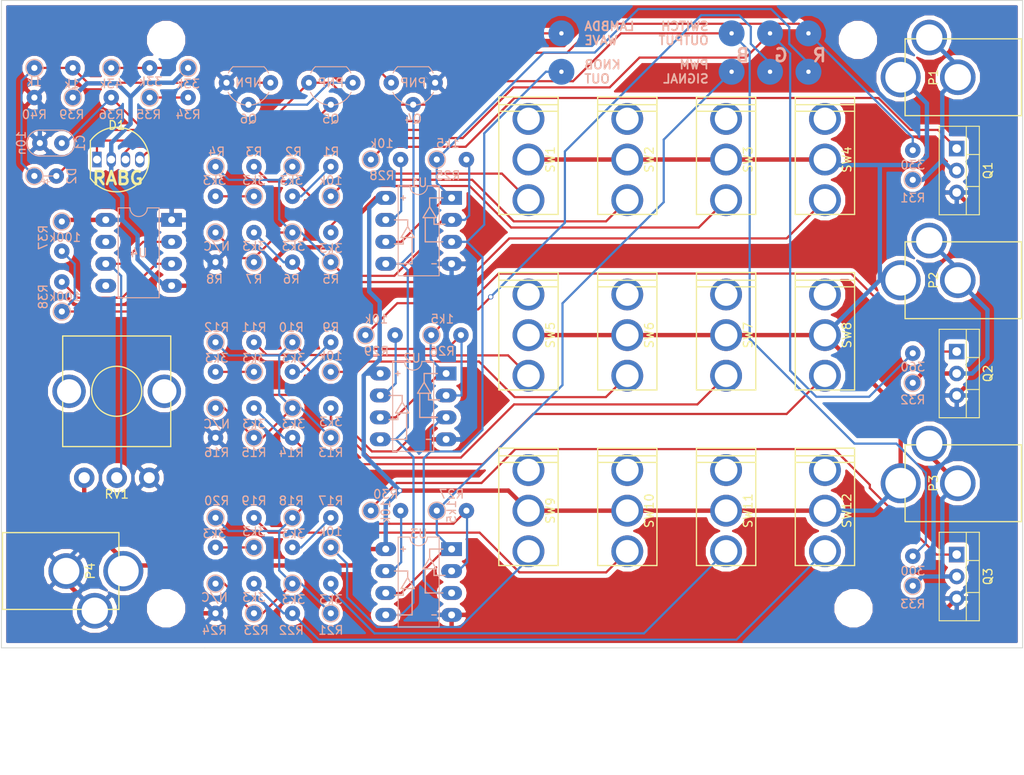
<source format=kicad_pcb>
(kicad_pcb (version 4) (host pcbnew 4.0.6)
  (layers (0 F.Cu signal) (31 B.Cu signal) (34 B.Paste user) (35 F.Paste user) (36 B.SilkS user) (37 F.SilkS user) (38 B.Mask user) (39 F.Mask user) (44 Edge.Cuts user))
  (net 0 "")
  (net 1 LAMBDA)
  (net 2 GND)
  (net 3 LEDR)
  (net 4 +12V)
  (net 5 LEDB)
  (net 6 LEDG)
  (net 7 "Net-(D2-Pad1)")
  (net 8 "Net-(D2-Pad2)")
  (net 9 "Net-(P1-Pad2)")
  (net 10 "Net-(P2-Pad2)")
  (net 11 "Net-(P3-Pad2)")
  (net 12 "Net-(Q1-Pad1)")
  (net 13 "Net-(Q2-Pad1)")
  (net 14 "Net-(Q3-Pad1)")
  (net 15 "Net-(Q4-Pad1)")
  (net 16 "Net-(Q5-Pad3)")
  (net 17 "Net-(R1-Pad1)")
  (net 18 "Net-(R1-Pad2)")
  (net 19 "Net-(R2-Pad1)")
  (net 20 "Net-(R3-Pad1)")
  (net 21 "Net-(R3-Pad2)")
  (net 22 "Net-(R5-Pad2)")
  (net 23 "Net-(R6-Pad2)")
  (net 24 "Net-(R9-Pad1)")
  (net 25 "Net-(R10-Pad2)")
  (net 26 "Net-(R10-Pad1)")
  (net 27 "Net-(R11-Pad1)")
  (net 28 "Net-(R11-Pad2)")
  (net 29 "Net-(R13-Pad2)")
  (net 30 "Net-(R14-Pad2)")
  (net 31 "Net-(R17-Pad1)")
  (net 32 "Net-(R17-Pad2)")
  (net 33 "Net-(R18-Pad1)")
  (net 34 "Net-(R19-Pad1)")
  (net 35 "Net-(R19-Pad2)")
  (net 36 "Net-(R21-Pad2)")
  (net 37 "Net-(R22-Pad2)")
  (net 38 VR)
  (net 39 VG)
  (net 40 VB)
  (net 41 "Net-(R28-Pad2)")
  (net 42 "Net-(R29-Pad2)")
  (net 43 "Net-(R30-Pad2)")
  (net 44 "Net-(R34-Pad2)")
  (net 45 +6V)
  (net 46 "Net-(R38-Pad2)")
  (net 47 "Net-(RV1-Pad2)")
  (net 48 "Net-(SW1-Pad3)")
  (net 49 "Net-(SW2-Pad3)")
  (net 50 "Net-(SW3-Pad3)")
  (net 51 "Net-(SW4-Pad3)")
  (net 52 "Net-(SW5-Pad3)")
  (net 53 "Net-(SW6-Pad3)")
  (net 54 "Net-(SW7-Pad3)")
  (net 55 "Net-(SW8-Pad3)")
  (net 56 "Net-(SW9-Pad3)")
  (net 57 "Net-(SW10-Pad3)")
  (net 58 "Net-(SW11-Pad3)")
  (net 59 "Net-(SW12-Pad3)")
  (net 60 "Net-(U4-Pad5)")
  (net 61 "Net-(U4-Pad7)")
  (module led_dimmer_footprints:Mounting_Hole (layer F.Cu) (at 108.712 136.398)
    (fp_text reference REF** hide)
    (fp_text value Mounting_Hole hide)
    (pad "" np_thru_hole circle (at -2.032 -19.05) (size 3.2004 3.2004) (drill 3.2004) (layers *.Cu *.Mask))
  )
  (module led_dimmer_footprints:Mounting_Hole (layer F.Cu) (at 187.706 128.016)
    (fp_text reference REF** hide)
    (fp_text value Mounting_Hole hide)
    (pad "" np_thru_hole circle (at -1.524 -10.668) (size 3.2004 3.2004) (drill 3.2004) (layers *.Cu *.Mask))
  )
  (module led_dimmer_footprints:Mounting_Hole (layer F.Cu) (at 186.182 52.578)
    (fp_text reference REF** hide)
    (fp_text value Mounting_Hole hide)
    (pad "" np_thru_hole circle (at 0.508 -1.016) (size 3.2004 3.2004) (drill 3.2004) (layers *.Cu *.Mask))
  )
  (module led_dimmer_footprints:C_Disc (layer B.Cu) (at 94.615 63.5 180)
    (fp_text reference C1 (at -2.159 0 270) (layer B.SilkS) (effects (justify mirror)))
    (fp_text value 10n (at 4.699 0 270) (layer B.SilkS) (effects (justify mirror)))
    (pad 1 thru_hole circle (at 0 0 180) (size 1.778 1.778) (drill 0.7112) (layers *.Cu *.Mask) (net 1 LAMBDA))
    (pad 2 thru_hole circle (at 2.54 0 180) (size 1.778 1.778) (drill 0.7112) (layers *.Cu *.Mask) (net 2 GND))
  )
  (module led_dimmer_footprints:LED_D5.0mm-4 (layer F.Cu) (at 100.965 65.405)
    (fp_text reference D1 (at 0 -3.96) (layer F.SilkS))
    (fp_text value LED_RABG)
    (pad 1 thru_hole rect (at -2.286 0) (size 1.07 1.8) (drill 0.9) (layers *.Cu *.Mask) (net 3 LEDR))
    (pad 2 thru_hole oval (at -0.635 0) (size 1.07 1.8) (drill 0.9) (layers *.Cu *.Mask) (net 4 +12V))
    (pad 3 thru_hole oval (at 1.016 0) (size 1.07 1.8) (drill 0.9) (layers *.Cu *.Mask) (net 5 LEDB))
    (pad 4 thru_hole oval (at 2.667 0) (size 1.07 1.8) (drill 0.9) (layers *.Cu *.Mask) (net 6 LEDG))
  )
  (module led_dimmer_footprints:D_axial (layer B.Cu) (at 91.44 67.31)
    (fp_text reference D2 (at 4.318 0 90) (layer B.SilkS) (effects (justify mirror)))
    (fp_text value 1N4148)
    (pad 1 thru_hole circle (at 0 0) (size 1.778 1.778) (drill 0.7112) (layers *.Cu *.Mask) (net 7 "Net-(D2-Pad1)"))
    (pad 2 thru_hole circle (at 2.54 0) (size 1.778 1.778) (drill 0.7112) (layers *.Cu *.Mask) (net 8 "Net-(D2-Pad2)"))
  )
  (module led_dimmer_footprints:TO-220_Vertical (layer F.Cu) (at 198.12 64.135 270)
    (fp_text reference Q1 (at 2.54 -3.62 270) (layer F.SilkS))
    (fp_text value TIP31C)
    (pad 1 thru_hole rect (at 0 0 270) (size 1.8 1.8) (drill 1) (layers *.Cu *.Mask) (net 12 "Net-(Q1-Pad1)"))
    (pad 2 thru_hole oval (at 2.54 0 270) (size 1.8 1.8) (drill 1) (layers *.Cu *.Mask) (net 9 "Net-(P1-Pad2)"))
    (pad 3 thru_hole oval (at 5.08 0 270) (size 1.8 1.8) (drill 1) (layers *.Cu *.Mask) (net 2 GND))
  )
  (module led_dimmer_footprints:TO-220_Vertical (layer F.Cu) (at 198.12 87.63 270)
    (fp_text reference Q2 (at 2.54 -3.62 270) (layer F.SilkS))
    (fp_text value TIP31C)
    (pad 1 thru_hole rect (at 0 0 270) (size 1.8 1.8) (drill 1) (layers *.Cu *.Mask) (net 13 "Net-(Q2-Pad1)"))
    (pad 2 thru_hole oval (at 2.54 0 270) (size 1.8 1.8) (drill 1) (layers *.Cu *.Mask) (net 10 "Net-(P2-Pad2)"))
    (pad 3 thru_hole oval (at 5.08 0 270) (size 1.8 1.8) (drill 1) (layers *.Cu *.Mask) (net 2 GND))
  )
  (module led_dimmer_footprints:TO-220_Vertical (layer F.Cu) (at 198.12 111.125 270)
    (fp_text reference Q3 (at 2.54 -3.62 270) (layer F.SilkS))
    (fp_text value TIP31C)
    (pad 1 thru_hole rect (at 0 0 270) (size 1.8 1.8) (drill 1) (layers *.Cu *.Mask) (net 14 "Net-(Q3-Pad1)"))
    (pad 2 thru_hole oval (at 2.54 0 270) (size 1.8 1.8) (drill 1) (layers *.Cu *.Mask) (net 11 "Net-(P3-Pad2)"))
    (pad 3 thru_hole oval (at 5.08 0 270) (size 1.8 1.8) (drill 1) (layers *.Cu *.Mask) (net 2 GND))
  )
  (module led_dimmer_footprints:R_Axial (layer B.Cu) (at 125.73 67.945 90)
    (fp_text reference R1 (at 3.429 0 180) (layer B.SilkS) (effects (justify mirror)))
    (fp_text value 10k (at 0.127 0 180) (layer B.SilkS) (effects (justify mirror)))
    (pad 1 thru_hole circle (at -1.7145 0 90) (size 1.778 1.778) (drill 0.7112) (layers *.Cu *.Mask) (net 17 "Net-(R1-Pad1)"))
    (pad 2 thru_hole circle (at 1.7145 0 90) (size 1.778 1.778) (drill 0.7112) (layers *.Cu *.Mask) (net 18 "Net-(R1-Pad2)"))
  )
  (module led_dimmer_footprints:R_Axial (layer B.Cu) (at 121.285 67.945 270)
    (fp_text reference R2 (at -3.429 -0.127 360) (layer B.SilkS) (effects (justify mirror)))
    (fp_text value 3k3 (at -0.127 0.127 360) (layer B.SilkS) (effects (justify mirror)))
    (pad 1 thru_hole circle (at -1.7145 0 270) (size 1.778 1.778) (drill 0.7112) (layers *.Cu *.Mask) (net 19 "Net-(R2-Pad1)"))
    (pad 2 thru_hole circle (at 1.7145 0 270) (size 1.778 1.778) (drill 0.7112) (layers *.Cu *.Mask) (net 18 "Net-(R1-Pad2)"))
  )
  (module led_dimmer_footprints:R_Axial (layer B.Cu) (at 116.84 67.945 90)
    (fp_text reference R3 (at 3.429 0 180) (layer B.SilkS) (effects (justify mirror)))
    (fp_text value 3k3 (at 0.127 0 180) (layer B.SilkS) (effects (justify mirror)))
    (pad 1 thru_hole circle (at -1.7145 0 90) (size 1.778 1.778) (drill 0.7112) (layers *.Cu *.Mask) (net 20 "Net-(R3-Pad1)"))
    (pad 2 thru_hole circle (at 1.7145 0 90) (size 1.778 1.778) (drill 0.7112) (layers *.Cu *.Mask) (net 21 "Net-(R3-Pad2)"))
  )
  (module led_dimmer_footprints:R_Axial (layer B.Cu) (at 112.395 67.945 270)
    (fp_text reference R4 (at -3.429 -0.127 360) (layer B.SilkS) (effects (justify mirror)))
    (fp_text value 3k3 (at -0.127 0.127 360) (layer B.SilkS) (effects (justify mirror)))
    (pad 1 thru_hole circle (at -1.7145 0 270) (size 1.778 1.778) (drill 0.7112) (layers *.Cu *.Mask) (net 19 "Net-(R2-Pad1)"))
    (pad 2 thru_hole circle (at 1.7145 0 270) (size 1.778 1.778) (drill 0.7112) (layers *.Cu *.Mask) (net 20 "Net-(R3-Pad1)"))
  )
  (module led_dimmer_footprints:R_Axial (layer B.Cu) (at 121.285 75.565 270)
    (fp_text reference R6 (at 3.683 0.127 360) (layer B.SilkS) (effects (justify mirror)))
    (fp_text value 3k3 (at -0.127 -0.127 360) (layer B.SilkS) (effects (justify mirror)))
    (pad 1 thru_hole circle (at -1.7145 0 270) (size 1.778 1.778) (drill 0.7112) (layers *.Cu *.Mask) (net 19 "Net-(R2-Pad1)"))
    (pad 2 thru_hole circle (at 1.7145 0 270) (size 1.778 1.778) (drill 0.7112) (layers *.Cu *.Mask) (net 23 "Net-(R6-Pad2)"))
  )
  (module led_dimmer_footprints:R_Axial (layer B.Cu) (at 116.84 75.565 90)
    (fp_text reference R7 (at -3.683 0 180) (layer B.SilkS) (effects (justify mirror)))
    (fp_text value 3k3 (at 0.127 0 180) (layer B.SilkS) (effects (justify mirror)))
    (pad 1 thru_hole circle (at -1.7145 0 90) (size 1.778 1.778) (drill 0.7112) (layers *.Cu *.Mask) (net 19 "Net-(R2-Pad1)"))
    (pad 2 thru_hole circle (at 1.7145 0 90) (size 1.778 1.778) (drill 0.7112) (layers *.Cu *.Mask) (net 23 "Net-(R6-Pad2)"))
  )
  (module led_dimmer_footprints:R_Axial (layer B.Cu) (at 112.395 75.565 270)
    (fp_text reference R8 (at 3.683 0.127 360) (layer B.SilkS) (effects (justify mirror)))
    (fp_text value N/C (at -0.127 -0.127 360) (layer B.SilkS) (effects (justify mirror)))
    (pad 1 thru_hole circle (at -1.7145 0 270) (size 1.778 1.778) (drill 0.7112) (layers *.Cu *.Mask) (net 19 "Net-(R2-Pad1)"))
    (pad 2 thru_hole circle (at 1.7145 0 270) (size 1.778 1.778) (drill 0.7112) (layers *.Cu *.Mask) (net 2 GND))
  )
  (module led_dimmer_footprints:R_Axial (layer B.Cu) (at 125.73 88.265 90)
    (fp_text reference R9 (at 3.429 0 180) (layer B.SilkS) (effects (justify mirror)))
    (fp_text value 10k (at 0.127 0 180) (layer B.SilkS) (effects (justify mirror)))
    (pad 1 thru_hole circle (at -1.7145 0 90) (size 1.778 1.778) (drill 0.7112) (layers *.Cu *.Mask) (net 24 "Net-(R9-Pad1)"))
    (pad 2 thru_hole circle (at 1.7145 0 90) (size 1.778 1.778) (drill 0.7112) (layers *.Cu *.Mask) (net 25 "Net-(R10-Pad2)"))
  )
  (module led_dimmer_footprints:R_Axial (layer B.Cu) (at 121.285 88.265 270)
    (fp_text reference R10 (at -3.429 0.127 360) (layer B.SilkS) (effects (justify mirror)))
    (fp_text value 3k3 (at 0.127 -0.127 360) (layer B.SilkS) (effects (justify mirror)))
    (pad 1 thru_hole circle (at -1.7145 0 270) (size 1.778 1.778) (drill 0.7112) (layers *.Cu *.Mask) (net 26 "Net-(R10-Pad1)"))
    (pad 2 thru_hole circle (at 1.7145 0 270) (size 1.778 1.778) (drill 0.7112) (layers *.Cu *.Mask) (net 25 "Net-(R10-Pad2)"))
  )
  (module led_dimmer_footprints:R_Axial (layer B.Cu) (at 116.84 88.265 90)
    (fp_text reference R11 (at 3.429 0 180) (layer B.SilkS) (effects (justify mirror)))
    (fp_text value 3k3 (at -0.127 0 180) (layer B.SilkS) (effects (justify mirror)))
    (pad 1 thru_hole circle (at -1.7145 0 90) (size 1.778 1.778) (drill 0.7112) (layers *.Cu *.Mask) (net 27 "Net-(R11-Pad1)"))
    (pad 2 thru_hole circle (at 1.7145 0 90) (size 1.778 1.778) (drill 0.7112) (layers *.Cu *.Mask) (net 28 "Net-(R11-Pad2)"))
  )
  (module led_dimmer_footprints:R_Axial (layer B.Cu) (at 112.395 88.265 270)
    (fp_text reference R12 (at -3.429 -0.127 360) (layer B.SilkS) (effects (justify mirror)))
    (fp_text value 3k3 (at 0.127 -0.127 360) (layer B.SilkS) (effects (justify mirror)))
    (pad 1 thru_hole circle (at -1.7145 0 270) (size 1.778 1.778) (drill 0.7112) (layers *.Cu *.Mask) (net 26 "Net-(R10-Pad1)"))
    (pad 2 thru_hole circle (at 1.7145 0 270) (size 1.778 1.778) (drill 0.7112) (layers *.Cu *.Mask) (net 27 "Net-(R11-Pad1)"))
  )
  (module led_dimmer_footprints:R_Axial (layer B.Cu) (at 125.73 95.885 90)
    (fp_text reference R13 (at -3.429 0 180) (layer B.SilkS) (effects (justify mirror)))
    (fp_text value 3k3 (at 0.127 0 180) (layer B.SilkS) (effects (justify mirror)))
    (pad 1 thru_hole circle (at -1.7145 0 90) (size 1.778 1.778) (drill 0.7112) (layers *.Cu *.Mask) (net 26 "Net-(R10-Pad1)"))
    (pad 2 thru_hole circle (at 1.7145 0 90) (size 1.778 1.778) (drill 0.7112) (layers *.Cu *.Mask) (net 29 "Net-(R13-Pad2)"))
  )
  (module led_dimmer_footprints:R_Axial (layer B.Cu) (at 121.285 95.885 270)
    (fp_text reference R14 (at 3.429 0.127 360) (layer B.SilkS) (effects (justify mirror)))
    (fp_text value 3k3 (at 0.127 -0.127 360) (layer B.SilkS) (effects (justify mirror)))
    (pad 1 thru_hole circle (at -1.7145 0 270) (size 1.778 1.778) (drill 0.7112) (layers *.Cu *.Mask) (net 26 "Net-(R10-Pad1)"))
    (pad 2 thru_hole circle (at 1.7145 0 270) (size 1.778 1.778) (drill 0.7112) (layers *.Cu *.Mask) (net 30 "Net-(R14-Pad2)"))
  )
  (module led_dimmer_footprints:R_Axial (layer B.Cu) (at 116.84 95.885 90)
    (fp_text reference R15 (at -3.429 0 180) (layer B.SilkS) (effects (justify mirror)))
    (fp_text value 3k3 (at -0.127 0 180) (layer B.SilkS) (effects (justify mirror)))
    (pad 1 thru_hole circle (at -1.7145 0 90) (size 1.778 1.778) (drill 0.7112) (layers *.Cu *.Mask) (net 26 "Net-(R10-Pad1)"))
    (pad 2 thru_hole circle (at 1.7145 0 90) (size 1.778 1.778) (drill 0.7112) (layers *.Cu *.Mask) (net 30 "Net-(R14-Pad2)"))
  )
  (module led_dimmer_footprints:R_Axial (layer B.Cu) (at 112.395 95.885 270)
    (fp_text reference R16 (at 3.429 -0.127 360) (layer B.SilkS) (effects (justify mirror)))
    (fp_text value N/C (at 0.127 -0.127 360) (layer B.SilkS) (effects (justify mirror)))
    (pad 1 thru_hole circle (at -1.7145 0 270) (size 1.778 1.778) (drill 0.7112) (layers *.Cu *.Mask) (net 26 "Net-(R10-Pad1)"))
    (pad 2 thru_hole circle (at 1.7145 0 270) (size 1.778 1.778) (drill 0.7112) (layers *.Cu *.Mask) (net 2 GND))
  )
  (module led_dimmer_footprints:R_Axial (layer B.Cu) (at 125.73 108.585 90)
    (fp_text reference R17 (at 3.683 0 180) (layer B.SilkS) (effects (justify mirror)))
    (fp_text value 10k (at 0.127 0 180) (layer B.SilkS) (effects (justify mirror)))
    (pad 1 thru_hole circle (at -1.7145 0 90) (size 1.778 1.778) (drill 0.7112) (layers *.Cu *.Mask) (net 31 "Net-(R17-Pad1)"))
    (pad 2 thru_hole circle (at 1.7145 0 90) (size 1.778 1.778) (drill 0.7112) (layers *.Cu *.Mask) (net 32 "Net-(R17-Pad2)"))
  )
  (module led_dimmer_footprints:R_Axial (layer B.Cu) (at 121.285 108.585 270)
    (fp_text reference R18 (at -3.683 0.127 360) (layer B.SilkS) (effects (justify mirror)))
    (fp_text value 3k3 (at 0.127 -0.127 360) (layer B.SilkS) (effects (justify mirror)))
    (pad 1 thru_hole circle (at -1.7145 0 270) (size 1.778 1.778) (drill 0.7112) (layers *.Cu *.Mask) (net 33 "Net-(R18-Pad1)"))
    (pad 2 thru_hole circle (at 1.7145 0 270) (size 1.778 1.778) (drill 0.7112) (layers *.Cu *.Mask) (net 32 "Net-(R17-Pad2)"))
  )
  (module led_dimmer_footprints:R_Axial (layer B.Cu) (at 116.84 108.585 90)
    (fp_text reference R19 (at 3.683 0 180) (layer B.SilkS) (effects (justify mirror)))
    (fp_text value 3k3 (at 0.127 0 180) (layer B.SilkS) (effects (justify mirror)))
    (pad 1 thru_hole circle (at -1.7145 0 90) (size 1.778 1.778) (drill 0.7112) (layers *.Cu *.Mask) (net 34 "Net-(R19-Pad1)"))
    (pad 2 thru_hole circle (at 1.7145 0 90) (size 1.778 1.778) (drill 0.7112) (layers *.Cu *.Mask) (net 35 "Net-(R19-Pad2)"))
  )
  (module led_dimmer_footprints:R_Axial (layer B.Cu) (at 112.395 108.585 270)
    (fp_text reference R20 (at -3.683 -0.127 360) (layer B.SilkS) (effects (justify mirror)))
    (fp_text value 3k3 (at 0.127 0.127 360) (layer B.SilkS) (effects (justify mirror)))
    (pad 1 thru_hole circle (at -1.7145 0 270) (size 1.778 1.778) (drill 0.7112) (layers *.Cu *.Mask) (net 33 "Net-(R18-Pad1)"))
    (pad 2 thru_hole circle (at 1.7145 0 270) (size 1.778 1.778) (drill 0.7112) (layers *.Cu *.Mask) (net 34 "Net-(R19-Pad1)"))
  )
  (module led_dimmer_footprints:R_Axial (layer B.Cu) (at 125.73 116.205 90)
    (fp_text reference R21 (at -3.683 0 180) (layer B.SilkS) (effects (justify mirror)))
    (fp_text value 3k3 (at -0.127 0 180) (layer B.SilkS) (effects (justify mirror)))
    (pad 1 thru_hole circle (at -1.7145 0 90) (size 1.778 1.778) (drill 0.7112) (layers *.Cu *.Mask) (net 33 "Net-(R18-Pad1)"))
    (pad 2 thru_hole circle (at 1.7145 0 90) (size 1.778 1.778) (drill 0.7112) (layers *.Cu *.Mask) (net 36 "Net-(R21-Pad2)"))
  )
  (module led_dimmer_footprints:R_Axial (layer B.Cu) (at 121.285 116.205 270)
    (fp_text reference R22 (at 3.683 0.127 360) (layer B.SilkS) (effects (justify mirror)))
    (fp_text value 3k3 (at 0.127 -0.127 360) (layer B.SilkS) (effects (justify mirror)))
    (pad 1 thru_hole circle (at -1.7145 0 270) (size 1.778 1.778) (drill 0.7112) (layers *.Cu *.Mask) (net 33 "Net-(R18-Pad1)"))
    (pad 2 thru_hole circle (at 1.7145 0 270) (size 1.778 1.778) (drill 0.7112) (layers *.Cu *.Mask) (net 37 "Net-(R22-Pad2)"))
  )
  (module led_dimmer_footprints:R_Axial (layer B.Cu) (at 116.84 116.205 90)
    (fp_text reference R23 (at -3.683 0.254 180) (layer B.SilkS) (effects (justify mirror)))
    (fp_text value 3k3 (at 0.127 0 180) (layer B.SilkS) (effects (justify mirror)))
    (pad 1 thru_hole circle (at -1.7145 0 90) (size 1.778 1.778) (drill 0.7112) (layers *.Cu *.Mask) (net 33 "Net-(R18-Pad1)"))
    (pad 2 thru_hole circle (at 1.7145 0 90) (size 1.778 1.778) (drill 0.7112) (layers *.Cu *.Mask) (net 37 "Net-(R22-Pad2)"))
  )
  (module led_dimmer_footprints:R_Axial (layer B.Cu) (at 112.395 116.205 270)
    (fp_text reference R24 (at 3.683 0.127 360) (layer B.SilkS) (effects (justify mirror)))
    (fp_text value N/C (at -0.127 0.127 360) (layer B.SilkS) (effects (justify mirror)))
    (pad 1 thru_hole circle (at -1.7145 0 270) (size 1.778 1.778) (drill 0.7112) (layers *.Cu *.Mask) (net 33 "Net-(R18-Pad1)"))
    (pad 2 thru_hole circle (at 1.7145 0 270) (size 1.778 1.778) (drill 0.7112) (layers *.Cu *.Mask) (net 2 GND))
  )
  (module led_dimmer_footprints:R_Axial (layer B.Cu) (at 139.7 65.405)
    (fp_text reference R25 (at -0.4445 1.86) (layer B.SilkS) (effects (justify mirror)))
    (fp_text value 1k5 (at -0.4445 -1.86) (layer B.SilkS) (effects (justify mirror)))
    (pad 1 thru_hole circle (at -1.7145 0) (size 1.778 1.778) (drill 0.7112) (layers *.Cu *.Mask) (net 38 VR))
    (pad 2 thru_hole circle (at 1.7145 0) (size 1.778 1.778) (drill 0.7112) (layers *.Cu *.Mask) (net 19 "Net-(R2-Pad1)"))
  )
  (module led_dimmer_footprints:R_Axial (layer B.Cu) (at 139.065 85.725)
    (fp_text reference R26 (at -0.4445 1.86) (layer B.SilkS) (effects (justify mirror)))
    (fp_text value 1k5 (at -0.4445 -1.86) (layer B.SilkS) (effects (justify mirror)))
    (pad 1 thru_hole circle (at -1.7145 0) (size 1.778 1.778) (drill 0.7112) (layers *.Cu *.Mask) (net 39 VG))
    (pad 2 thru_hole circle (at 1.7145 0) (size 1.778 1.778) (drill 0.7112) (layers *.Cu *.Mask) (net 26 "Net-(R10-Pad1)"))
  )
  (module led_dimmer_footprints:R_Axial (layer B.Cu) (at 139.7 106.045)
    (fp_text reference R27 (at 0 -1.905) (layer B.SilkS) (effects (justify mirror)))
    (fp_text value 1k5 (at 0 0.127 90) (layer B.SilkS) (effects (justify mirror)))
    (pad 1 thru_hole circle (at -1.7145 0) (size 1.778 1.778) (drill 0.7112) (layers *.Cu *.Mask) (net 40 VB))
    (pad 2 thru_hole circle (at 1.7145 0) (size 1.778 1.778) (drill 0.7112) (layers *.Cu *.Mask) (net 33 "Net-(R18-Pad1)"))
  )
  (module led_dimmer_footprints:R_Axial (layer B.Cu) (at 132.08 65.405)
    (fp_text reference R28 (at -0.4445 1.86) (layer B.SilkS) (effects (justify mirror)))
    (fp_text value 10k (at -0.4445 -1.86) (layer B.SilkS) (effects (justify mirror)))
    (pad 1 thru_hole circle (at -1.7145 0) (size 1.778 1.778) (drill 0.7112) (layers *.Cu *.Mask) (net 12 "Net-(Q1-Pad1)"))
    (pad 2 thru_hole circle (at 1.7145 0) (size 1.778 1.778) (drill 0.7112) (layers *.Cu *.Mask) (net 41 "Net-(R28-Pad2)"))
  )
  (module led_dimmer_footprints:R_Axial (layer B.Cu) (at 131.445 85.725)
    (fp_text reference R29 (at -0.4445 1.86) (layer B.SilkS) (effects (justify mirror)))
    (fp_text value 10k (at -0.4445 -1.86) (layer B.SilkS) (effects (justify mirror)))
    (pad 1 thru_hole circle (at -1.7145 0) (size 1.778 1.778) (drill 0.7112) (layers *.Cu *.Mask) (net 13 "Net-(Q2-Pad1)"))
    (pad 2 thru_hole circle (at 1.7145 0) (size 1.778 1.778) (drill 0.7112) (layers *.Cu *.Mask) (net 42 "Net-(R29-Pad2)"))
  )
  (module led_dimmer_footprints:R_Axial (layer B.Cu) (at 132.08 106.045)
    (fp_text reference R30 (at 0 -1.905) (layer B.SilkS) (effects (justify mirror)))
    (fp_text value 10k (at 0 0.127 90) (layer B.SilkS) (effects (justify mirror)))
    (pad 1 thru_hole circle (at -1.7145 0) (size 1.778 1.778) (drill 0.7112) (layers *.Cu *.Mask) (net 14 "Net-(Q3-Pad1)"))
    (pad 2 thru_hole circle (at 1.7145 0) (size 1.778 1.778) (drill 0.7112) (layers *.Cu *.Mask) (net 43 "Net-(R30-Pad2)"))
  )
  (module led_dimmer_footprints:R_Axial (layer B.Cu) (at 193.04 66.04 90)
    (fp_text reference R31 (at -3.81 0 180) (layer B.SilkS) (effects (justify mirror)))
    (fp_text value 330 (at 0 0 180) (layer B.SilkS) (effects (justify mirror)))
    (pad 1 thru_hole circle (at -1.7145 0 90) (size 1.778 1.778) (drill 0.7112) (layers *.Cu *.Mask) (net 9 "Net-(P1-Pad2)"))
    (pad 2 thru_hole circle (at 1.7145 0 90) (size 1.778 1.778) (drill 0.7112) (layers *.Cu *.Mask) (net 3 LEDR))
  )
  (module led_dimmer_footprints:R_Axial (layer B.Cu) (at 193.04 89.535 90)
    (fp_text reference R32 (at -3.683 0 180) (layer B.SilkS) (effects (justify mirror)))
    (fp_text value 360 (at 0.127 0 180) (layer B.SilkS) (effects (justify mirror)))
    (pad 1 thru_hole circle (at -1.7145 0 90) (size 1.778 1.778) (drill 0.7112) (layers *.Cu *.Mask) (net 10 "Net-(P2-Pad2)"))
    (pad 2 thru_hole circle (at 1.7145 0 90) (size 1.778 1.778) (drill 0.7112) (layers *.Cu *.Mask) (net 6 LEDG))
  )
  (module led_dimmer_footprints:R_Axial (layer B.Cu) (at 193.04 113.03 90)
    (fp_text reference R33 (at -3.81 0 180) (layer B.SilkS) (effects (justify mirror)))
    (fp_text value 300 (at 0 0 180) (layer B.SilkS) (effects (justify mirror)))
    (pad 1 thru_hole circle (at -1.7145 0 90) (size 1.778 1.778) (drill 0.7112) (layers *.Cu *.Mask) (net 11 "Net-(P3-Pad2)"))
    (pad 2 thru_hole circle (at 1.7145 0 90) (size 1.778 1.778) (drill 0.7112) (layers *.Cu *.Mask) (net 5 LEDB))
  )
  (module led_dimmer_footprints:R_Axial (layer B.Cu) (at 109.22 56.515 270)
    (fp_text reference R34 (at 3.683 0 360) (layer B.SilkS) (effects (justify mirror)))
    (fp_text value 33k (at 0.127 0 360) (layer B.SilkS) (effects (justify mirror)))
    (pad 1 thru_hole circle (at -1.7145 0 270) (size 1.778 1.778) (drill 0.7112) (layers *.Cu *.Mask) (net 4 +12V))
    (pad 2 thru_hole circle (at 1.7145 0 270) (size 1.778 1.778) (drill 0.7112) (layers *.Cu *.Mask) (net 44 "Net-(R34-Pad2)"))
  )
  (module led_dimmer_footprints:R_Axial (layer B.Cu) (at 104.775 56.515 90)
    (fp_text reference R35 (at -3.683 -0.127 180) (layer B.SilkS) (effects (justify mirror)))
    (fp_text value 33k (at 0.127 0.127 180) (layer B.SilkS) (effects (justify mirror)))
    (pad 1 thru_hole circle (at -1.7145 0 90) (size 1.778 1.778) (drill 0.7112) (layers *.Cu *.Mask) (net 44 "Net-(R34-Pad2)"))
    (pad 2 thru_hole circle (at 1.7145 0 90) (size 1.778 1.778) (drill 0.7112) (layers *.Cu *.Mask) (net 15 "Net-(Q4-Pad1)"))
  )
  (module led_dimmer_footprints:R_Axial (layer B.Cu) (at 100.33 56.515 270)
    (fp_text reference R36 (at 3.683 0 360) (layer B.SilkS) (effects (justify mirror)))
    (fp_text value 43k (at 0.127 0 360) (layer B.SilkS) (effects (justify mirror)))
    (pad 1 thru_hole circle (at -1.7145 0 270) (size 1.778 1.778) (drill 0.7112) (layers *.Cu *.Mask) (net 15 "Net-(Q4-Pad1)"))
    (pad 2 thru_hole circle (at 1.7145 0 270) (size 1.778 1.778) (drill 0.7112) (layers *.Cu *.Mask) (net 1 LAMBDA))
  )
  (module led_dimmer_footprints:R_Axial (layer B.Cu) (at 94.615 74.295 270)
    (fp_text reference R37 (at 0.127 2.159 270) (layer B.SilkS) (effects (justify mirror)))
    (fp_text value 100k (at 0.127 -0.381 360) (layer B.SilkS) (effects (justify mirror)))
    (pad 1 thru_hole circle (at -1.7145 0 270) (size 1.778 1.778) (drill 0.7112) (layers *.Cu *.Mask) (net 4 +12V))
    (pad 2 thru_hole circle (at 1.7145 0 270) (size 1.778 1.778) (drill 0.7112) (layers *.Cu *.Mask) (net 45 +6V))
  )
  (module led_dimmer_footprints:R_Axial (layer B.Cu) (at 94.615 81.28 90)
    (fp_text reference R38 (at 0 -2.159 270) (layer B.SilkS) (effects (justify mirror)))
    (fp_text value 100k (at 0 0.381 180) (layer B.SilkS) (effects (justify mirror)))
    (pad 1 thru_hole circle (at -1.7145 0 90) (size 1.778 1.778) (drill 0.7112) (layers *.Cu *.Mask) (net 45 +6V))
    (pad 2 thru_hole circle (at 1.7145 0 90) (size 1.778 1.778) (drill 0.7112) (layers *.Cu *.Mask) (net 46 "Net-(R38-Pad2)"))
  )
  (module led_dimmer_footprints:R_Axial (layer B.Cu) (at 95.885 56.515 90)
    (fp_text reference R39 (at -3.683 -0.127 180) (layer B.SilkS) (effects (justify mirror)))
    (fp_text value 1k (at -0.127 -0.127 180) (layer B.SilkS) (effects (justify mirror)))
    (pad 1 thru_hole circle (at -1.7145 0 90) (size 1.778 1.778) (drill 0.7112) (layers *.Cu *.Mask) (net 4 +12V))
    (pad 2 thru_hole circle (at 1.7145 0 90) (size 1.778 1.778) (drill 0.7112) (layers *.Cu *.Mask) (net 7 "Net-(D2-Pad1)"))
  )
  (module led_dimmer_footprints:R_Axial (layer B.Cu) (at 91.44 56.515 270)
    (fp_text reference R40 (at 3.683 0 360) (layer B.SilkS) (effects (justify mirror)))
    (fp_text value 1k (at -0.127 0 360) (layer B.SilkS) (effects (justify mirror)))
    (pad 1 thru_hole circle (at -1.7145 0 270) (size 1.778 1.778) (drill 0.7112) (layers *.Cu *.Mask) (net 7 "Net-(D2-Pad1)"))
    (pad 2 thru_hole circle (at 1.7145 0 270) (size 1.778 1.778) (drill 0.7112) (layers *.Cu *.Mask) (net 2 GND))
  )
  (module led_dimmer_footprints:POT_UM_296RE (layer F.Cu) (at 100.965 102.235)
    (fp_text reference RV1 (at 0 1.905) (layer F.SilkS))
    (fp_text value 500K)
    (pad 2 thru_hole circle (at 0 0) (size 2.3622 2.3622) (drill 1.2954) (layers *.Cu *.Mask) (net 47 "Net-(RV1-Pad2)"))
    (pad 1 thru_hole circle (at -3.7592 0) (size 2.3622 2.3622) (drill 1.2954) (layers *.Cu *.Mask) (net 4 +12V))
    (pad 3 thru_hole circle (at 3.7592 0) (size 2.3622 2.3622) (drill 1.2954) (layers *.Cu *.Mask) (net 2 GND))
    (pad "" thru_hole circle (at -5.5118 -10.0076) (size 3.8608 3.8608) (drill 2.794) (layers *.Cu *.Mask))
    (pad "" thru_hole circle (at 5.5118 -10.0076) (size 3.8608 3.8608) (drill 2.794) (layers *.Cu *.Mask))
  )
  (module led_dimmer_footprints:test_pt_alt (layer B.Cu) (at 180.975 55.245)
    (fp_text reference TP1 hide)
    (fp_text value TEST)
    (pad 1 smd circle (at 0 0) (size 3 3) (layers B.Cu B.Mask) (net 38 VR))
    (pad 1 thru_hole circle (at 0 0) (size 1.016 1.016) (drill 0.508) (layers *.Cu *.Mask) (net 38 VR))
  )
  (module led_dimmer_footprints:test_pt_alt (layer B.Cu) (at 176.53 55.245)
    (fp_text reference TP2 hide)
    (fp_text value TEST)
    (pad 1 smd circle (at 0 0) (size 3 3) (layers B.Cu B.Mask) (net 39 VG))
    (pad 1 thru_hole circle (at 0 0) (size 1.016 1.016) (drill 0.508) (layers *.Cu *.Mask) (net 39 VG))
  )
  (module led_dimmer_footprints:test_pt_alt (layer B.Cu) (at 172.085 55.245)
    (fp_text reference TP3 hide)
    (fp_text value TEST)
    (pad 1 smd circle (at 0 0) (size 3 3) (layers B.Cu B.Mask) (net 40 VB))
    (pad 1 thru_hole circle (at 0 0) (size 1.016 1.016) (drill 0.508) (layers *.Cu *.Mask) (net 40 VB))
  )
  (module led_dimmer_footprints:test_pt_alt (layer B.Cu) (at 180.975 50.8)
    (fp_text reference TP4 hide)
    (fp_text value TEST)
    (pad 1 smd circle (at 0 0) (size 3 3) (layers B.Cu B.Mask) (net 3 LEDR))
    (pad 1 thru_hole circle (at 0 0) (size 1.016 1.016) (drill 0.508) (layers *.Cu *.Mask) (net 3 LEDR))
  )
  (module led_dimmer_footprints:test_pt_alt (layer B.Cu) (at 176.53 50.8)
    (fp_text reference TP5 hide)
    (fp_text value TEST)
    (pad 1 smd circle (at 0 0) (size 3 3) (layers B.Cu B.Mask) (net 6 LEDG))
    (pad 1 thru_hole circle (at 0 0) (size 1.016 1.016) (drill 0.508) (layers *.Cu *.Mask) (net 6 LEDG))
  )
  (module led_dimmer_footprints:test_pt_alt (layer B.Cu) (at 172.085 50.8)
    (fp_text reference TP6 hide)
    (fp_text value TEST)
    (pad 1 smd circle (at 0 0) (size 3 3) (layers B.Cu B.Mask) (net 5 LEDB))
    (pad 1 thru_hole circle (at 0 0) (size 1.016 1.016) (drill 0.508) (layers *.Cu *.Mask) (net 5 LEDB))
  )
  (module led_dimmer_footprints:test_pt_alt (layer B.Cu) (at 152.4 50.8)
    (fp_text reference TP7 hide)
    (fp_text value TEST)
    (pad 1 smd circle (at 0 0) (size 3 3) (layers B.Cu B.Mask) (net 1 LAMBDA))
    (pad 1 thru_hole circle (at 0 0) (size 1.016 1.016) (drill 0.508) (layers *.Cu *.Mask) (net 1 LAMBDA))
  )
  (module led_dimmer_footprints:test_pt_alt (layer B.Cu) (at 152.4 55.245)
    (fp_text reference TP8 hide)
    (fp_text value TEST)
    (pad 1 smd circle (at 0 0) (size 3 3) (layers B.Cu B.Mask) (net 45 +6V))
    (pad 1 thru_hole circle (at 0 0) (size 1.016 1.016) (drill 0.508) (layers *.Cu *.Mask) (net 45 +6V))
  )
  (module led_dimmer_footprints:DIP8_dualopamp (layer B.Cu) (at 135.89 73.66 180)
    (fp_text reference U1 (at 0 5.588 180) (layer B.SilkS) (effects (justify mirror)))
    (fp_text value LM358)
    (pad 1 thru_hole rect (at -3.81 3.81 180) (size 2.4 1.6) (drill 0.8) (layers *.Cu *.Mask) (net 38 VR))
    (pad 5 thru_hole oval (at 3.81 -3.81 180) (size 2.4 1.6) (drill 0.8) (layers *.Cu *.Mask) (net 1 LAMBDA))
    (pad 2 thru_hole oval (at -3.81 1.27 180) (size 2.4 1.6) (drill 0.8) (layers *.Cu *.Mask) (net 19 "Net-(R2-Pad1)"))
    (pad 6 thru_hole oval (at 3.81 -1.27 180) (size 2.4 1.6) (drill 0.8) (layers *.Cu *.Mask) (net 38 VR))
    (pad 3 thru_hole oval (at -3.81 -1.27 180) (size 2.4 1.6) (drill 0.8) (layers *.Cu *.Mask) (net 45 +6V))
    (pad 7 thru_hole oval (at 3.81 1.27 180) (size 2.4 1.6) (drill 0.8) (layers *.Cu *.Mask) (net 41 "Net-(R28-Pad2)"))
    (pad 4 thru_hole oval (at -3.81 -3.81 180) (size 2.4 1.6) (drill 0.8) (layers *.Cu *.Mask) (net 2 GND))
    (pad 8 thru_hole oval (at 3.81 3.81 180) (size 2.4 1.6) (drill 0.8) (layers *.Cu *.Mask) (net 4 +12V))
  )
  (module led_dimmer_footprints:DIP8_dualopamp (layer B.Cu) (at 135.255 93.98 180)
    (fp_text reference U2 (at 0.127 5.588 180) (layer B.SilkS) (effects (justify mirror)))
    (fp_text value LM358)
    (pad 1 thru_hole rect (at -3.81 3.81 180) (size 2.4 1.6) (drill 0.8) (layers *.Cu *.Mask) (net 39 VG))
    (pad 5 thru_hole oval (at 3.81 -3.81 180) (size 2.4 1.6) (drill 0.8) (layers *.Cu *.Mask) (net 1 LAMBDA))
    (pad 2 thru_hole oval (at -3.81 1.27 180) (size 2.4 1.6) (drill 0.8) (layers *.Cu *.Mask) (net 26 "Net-(R10-Pad1)"))
    (pad 6 thru_hole oval (at 3.81 -1.27 180) (size 2.4 1.6) (drill 0.8) (layers *.Cu *.Mask) (net 39 VG))
    (pad 3 thru_hole oval (at -3.81 -1.27 180) (size 2.4 1.6) (drill 0.8) (layers *.Cu *.Mask) (net 45 +6V))
    (pad 7 thru_hole oval (at 3.81 1.27 180) (size 2.4 1.6) (drill 0.8) (layers *.Cu *.Mask) (net 42 "Net-(R29-Pad2)"))
    (pad 4 thru_hole oval (at -3.81 -3.81 180) (size 2.4 1.6) (drill 0.8) (layers *.Cu *.Mask) (net 2 GND))
    (pad 8 thru_hole oval (at 3.81 3.81 180) (size 2.4 1.6) (drill 0.8) (layers *.Cu *.Mask) (net 4 +12V))
  )
  (module led_dimmer_footprints:DIP8_dualopamp (layer B.Cu) (at 135.89 114.3 180)
    (fp_text reference U3 (at 0 5.588 180) (layer B.SilkS) (effects (justify mirror)))
    (fp_text value LM358)
    (pad 1 thru_hole rect (at -3.81 3.81 180) (size 2.4 1.6) (drill 0.8) (layers *.Cu *.Mask) (net 40 VB))
    (pad 5 thru_hole oval (at 3.81 -3.81 180) (size 2.4 1.6) (drill 0.8) (layers *.Cu *.Mask) (net 1 LAMBDA))
    (pad 2 thru_hole oval (at -3.81 1.27 180) (size 2.4 1.6) (drill 0.8) (layers *.Cu *.Mask) (net 33 "Net-(R18-Pad1)"))
    (pad 6 thru_hole oval (at 3.81 -1.27 180) (size 2.4 1.6) (drill 0.8) (layers *.Cu *.Mask) (net 40 VB))
    (pad 3 thru_hole oval (at -3.81 -1.27 180) (size 2.4 1.6) (drill 0.8) (layers *.Cu *.Mask) (net 45 +6V))
    (pad 7 thru_hole oval (at 3.81 1.27 180) (size 2.4 1.6) (drill 0.8) (layers *.Cu *.Mask) (net 43 "Net-(R30-Pad2)"))
    (pad 4 thru_hole oval (at -3.81 -3.81 180) (size 2.4 1.6) (drill 0.8) (layers *.Cu *.Mask) (net 2 GND))
    (pad 8 thru_hole oval (at 3.81 3.81 180) (size 2.4 1.6) (drill 0.8) (layers *.Cu *.Mask) (net 4 +12V))
  )
  (module led_dimmer_footprints:TO-92_Molded_Wide (layer B.Cu) (at 113.665 56.515)
    (fp_text reference Q6 (at 2.54 4.19 180) (layer B.SilkS) (effects (justify mirror)))
    (fp_text value Q_NPN_EBC)
    (fp_text user NPN (at 2.54 0) (layer B.SilkS) (effects (justify mirror)))
    (pad 2 thru_hole circle (at 2.54 2.54) (size 1.778 1.778) (drill 0.7112) (layers *.Cu *.Mask) (net 16 "Net-(Q5-Pad3)"))
    (pad 3 thru_hole circle (at 5.08 0) (size 1.778 1.778) (drill 0.7112) (layers *.Cu *.Mask) (net 7 "Net-(D2-Pad1)"))
    (pad 1 thru_hole circle (at 0 0) (size 1.778 1.778) (drill 0.7112) (layers *.Cu *.Mask) (net 2 GND))
  )
  (module led_dimmer_footprints:TO-92_Molded_Wide (layer B.Cu) (at 123.19 56.515)
    (fp_text reference Q5 (at 2.54 4.19 180) (layer B.SilkS) (effects (justify mirror)))
    (fp_text value Q_PNP_EBC)
    (fp_text user PNP (at 2.54 0) (layer B.SilkS) (effects (justify mirror)))
    (pad 2 thru_hole circle (at 2.54 2.54) (size 1.778 1.778) (drill 0.7112) (layers *.Cu *.Mask) (net 8 "Net-(D2-Pad2)"))
    (pad 3 thru_hole circle (at 5.08 0) (size 1.778 1.778) (drill 0.7112) (layers *.Cu *.Mask) (net 16 "Net-(Q5-Pad3)"))
    (pad 1 thru_hole circle (at 0 0) (size 1.778 1.778) (drill 0.7112) (layers *.Cu *.Mask) (net 1 LAMBDA))
  )
  (module led_dimmer_footprints:TO-92_Molded_Wide (layer B.Cu) (at 132.715 56.515)
    (fp_text reference Q4 (at 2.54 4.19 180) (layer B.SilkS) (effects (justify mirror)))
    (fp_text value Q_PNP_EBC)
    (fp_text user PNP (at 2.54 0) (layer B.SilkS) (effects (justify mirror)))
    (pad 2 thru_hole circle (at 2.54 2.54) (size 1.778 1.778) (drill 0.7112) (layers *.Cu *.Mask) (net 1 LAMBDA))
    (pad 3 thru_hole circle (at 5.08 0) (size 1.778 1.778) (drill 0.7112) (layers *.Cu *.Mask) (net 2 GND))
    (pad 1 thru_hole circle (at 0 0) (size 1.778 1.778) (drill 0.7112) (layers *.Cu *.Mask) (net 15 "Net-(Q4-Pad1)"))
  )
  (module led_dimmer_footprints:R_Axial (layer B.Cu) (at 125.73 75.565 90)
    (fp_text reference R5 (at -3.683 0 180) (layer B.SilkS) (effects (justify mirror)))
    (fp_text value 3k3 (at -0.127 0 180) (layer B.SilkS) (effects (justify mirror)))
    (pad 1 thru_hole circle (at -1.7145 0 90) (size 1.778 1.778) (drill 0.7112) (layers *.Cu *.Mask) (net 19 "Net-(R2-Pad1)"))
    (pad 2 thru_hole circle (at 1.7145 0 90) (size 1.778 1.778) (drill 0.7112) (layers *.Cu *.Mask) (net 22 "Net-(R5-Pad2)"))
  )
  (module led_dimmer_footprints:DIP8 (layer B.Cu) (at 103.505 76.2 180)
    (fp_text reference U4 (at 0 0 180) (layer B.SilkS) (effects (justify mirror)))
    (fp_text value LM555N)
    (pad 1 thru_hole rect (at -3.81 3.81 180) (size 2.4 1.6) (drill 0.8) (layers *.Cu *.Mask) (net 2 GND))
    (pad 5 thru_hole oval (at 3.81 -3.81 180) (size 2.4 1.6) (drill 0.8) (layers *.Cu *.Mask) (net 60 "Net-(U4-Pad5)"))
    (pad 2 thru_hole oval (at -3.81 1.27 180) (size 2.4 1.6) (drill 0.8) (layers *.Cu *.Mask) (net 47 "Net-(RV1-Pad2)"))
    (pad 6 thru_hole oval (at 3.81 -1.27 180) (size 2.4 1.6) (drill 0.8) (layers *.Cu *.Mask) (net 47 "Net-(RV1-Pad2)"))
    (pad 3 thru_hole oval (at -3.81 -1.27 180) (size 2.4 1.6) (drill 0.8) (layers *.Cu *.Mask) (net 46 "Net-(R38-Pad2)"))
    (pad 7 thru_hole oval (at 3.81 1.27 180) (size 2.4 1.6) (drill 0.8) (layers *.Cu *.Mask) (net 61 "Net-(U4-Pad7)"))
    (pad 4 thru_hole oval (at -3.81 -3.81 180) (size 2.4 1.6) (drill 0.8) (layers *.Cu *.Mask) (net 4 +12V))
    (pad 8 thru_hole oval (at 3.81 3.81 180) (size 2.4 1.6) (drill 0.8) (layers *.Cu *.Mask) (net 4 +12V))
  )
  (module led_dimmer_footprints:2.1ID_5.5OD_SIDE_MOUNT_JACK (layer F.Cu) (at 98.425 113.03 270)
    (fp_text reference P4 (at 0 0.5 270) (layer F.SilkS))
    (fp_text value PWR)
    (pad 2 thru_hole circle (at 0 3.302 270) (size 4.1148 4.1148) (drill 3.048) (layers *.Cu *.Mask) (net 2 GND))
    (pad 1 thru_hole circle (at 0 -3.302 270) (size 4.6228 4.6228) (drill 3.556) (layers *.Cu *.Mask) (net 4 +12V))
    (pad 2 thru_hole circle (at 4.5974 0 270) (size 4.1148 4.1148) (drill 3.048) (layers *.Cu *.Mask) (net 2 GND))
  )
  (module led_dimmer_footprints:2.1ID_5.5OD_SIDE_MOUNT_JACK (layer F.Cu) (at 194.945 102.87 90)
    (fp_text reference P3 (at 0 0.5 90) (layer F.SilkS))
    (fp_text value "Blue Load")
    (pad 2 thru_hole circle (at 0 3.302 90) (size 4.1148 4.1148) (drill 3.048) (layers *.Cu *.Mask) (net 11 "Net-(P3-Pad2)"))
    (pad 1 thru_hole circle (at 0 -3.302 90) (size 4.6228 4.6228) (drill 3.556) (layers *.Cu *.Mask) (net 4 +12V))
    (pad 2 thru_hole circle (at 4.5974 0 90) (size 4.1148 4.1148) (drill 3.048) (layers *.Cu *.Mask) (net 11 "Net-(P3-Pad2)"))
  )
  (module led_dimmer_footprints:2.1ID_5.5OD_SIDE_MOUNT_JACK (layer F.Cu) (at 194.945 79.375 90)
    (fp_text reference P2 (at 0 0.5 90) (layer F.SilkS))
    (fp_text value "Green Load")
    (pad 2 thru_hole circle (at 0 3.302 90) (size 4.1148 4.1148) (drill 3.048) (layers *.Cu *.Mask) (net 10 "Net-(P2-Pad2)"))
    (pad 1 thru_hole circle (at 0 -3.302 90) (size 4.6228 4.6228) (drill 3.556) (layers *.Cu *.Mask) (net 4 +12V))
    (pad 2 thru_hole circle (at 4.5974 0 90) (size 4.1148 4.1148) (drill 3.048) (layers *.Cu *.Mask) (net 10 "Net-(P2-Pad2)"))
  )
  (module led_dimmer_footprints:2.1ID_5.5OD_SIDE_MOUNT_JACK (layer F.Cu) (at 194.945 55.88 90)
    (fp_text reference P1 (at 0 0.5 90) (layer F.SilkS))
    (fp_text value "Red Load")
    (pad 2 thru_hole circle (at 0 3.302 90) (size 4.1148 4.1148) (drill 3.048) (layers *.Cu *.Mask) (net 9 "Net-(P1-Pad2)"))
    (pad 1 thru_hole circle (at 0 -3.302 90) (size 4.6228 4.6228) (drill 3.556) (layers *.Cu *.Mask) (net 4 +12V))
    (pad 2 thru_hole circle (at 4.5974 0 90) (size 4.1148 4.1148) (drill 3.048) (layers *.Cu *.Mask) (net 9 "Net-(P1-Pad2)"))
  )
  (module led_dimmer_footprints:SW_SPDT_PCBPM (layer F.Cu) (at 182.88 106.045 90)
    (fp_text reference SW12 (at 0 2.54 90) (layer F.SilkS))
    (fp_text value SW_SPDT)
    (pad 1 thru_hole circle (at -4.699 0 90) (size 3.683 3.683) (drill 2.6162) (layers *.Cu *.Mask) (net 37 "Net-(R22-Pad2)"))
    (pad 2 thru_hole circle (at 0 0 90) (size 3.683 3.683) (drill 2.6162) (layers *.Cu *.Mask) (net 4 +12V))
    (pad 3 thru_hole circle (at 4.699 0 90) (size 3.683 3.683) (drill 2.6162) (layers *.Cu *.Mask) (net 59 "Net-(SW12-Pad3)"))
  )
  (module led_dimmer_footprints:SW_SPDT_PCBPM (layer F.Cu) (at 171.45 106.045 90)
    (fp_text reference SW11 (at 0 2.54 90) (layer F.SilkS))
    (fp_text value SW_SPDT)
    (pad 1 thru_hole circle (at -4.699 0 90) (size 3.683 3.683) (drill 2.6162) (layers *.Cu *.Mask) (net 36 "Net-(R21-Pad2)"))
    (pad 2 thru_hole circle (at 0 0 90) (size 3.683 3.683) (drill 2.6162) (layers *.Cu *.Mask) (net 4 +12V))
    (pad 3 thru_hole circle (at 4.699 0 90) (size 3.683 3.683) (drill 2.6162) (layers *.Cu *.Mask) (net 58 "Net-(SW11-Pad3)"))
  )
  (module led_dimmer_footprints:SW_SPDT_PCBPM (layer F.Cu) (at 160.02 106.045 90)
    (fp_text reference SW10 (at 0 2.54 90) (layer F.SilkS))
    (fp_text value SW_SPDT)
    (pad 1 thru_hole circle (at -4.699 0 90) (size 3.683 3.683) (drill 2.6162) (layers *.Cu *.Mask) (net 35 "Net-(R19-Pad2)"))
    (pad 2 thru_hole circle (at 0 0 90) (size 3.683 3.683) (drill 2.6162) (layers *.Cu *.Mask) (net 4 +12V))
    (pad 3 thru_hole circle (at 4.699 0 90) (size 3.683 3.683) (drill 2.6162) (layers *.Cu *.Mask) (net 57 "Net-(SW10-Pad3)"))
  )
  (module led_dimmer_footprints:SW_SPDT_PCBPM (layer F.Cu) (at 148.59 106.045 90)
    (fp_text reference SW9 (at 0 2.54 90) (layer F.SilkS))
    (fp_text value SW_SPDT)
    (pad 1 thru_hole circle (at -4.699 0 90) (size 3.683 3.683) (drill 2.6162) (layers *.Cu *.Mask) (net 31 "Net-(R17-Pad1)"))
    (pad 2 thru_hole circle (at 0 0 90) (size 3.683 3.683) (drill 2.6162) (layers *.Cu *.Mask) (net 4 +12V))
    (pad 3 thru_hole circle (at 4.699 0 90) (size 3.683 3.683) (drill 2.6162) (layers *.Cu *.Mask) (net 56 "Net-(SW9-Pad3)"))
  )
  (module led_dimmer_footprints:SW_SPDT_PCBPM (layer F.Cu) (at 182.88 85.725 90)
    (fp_text reference SW8 (at 0 2.54 90) (layer F.SilkS))
    (fp_text value SW_SPDT)
    (pad 1 thru_hole circle (at -4.699 0 90) (size 3.683 3.683) (drill 2.6162) (layers *.Cu *.Mask) (net 30 "Net-(R14-Pad2)"))
    (pad 2 thru_hole circle (at 0 0 90) (size 3.683 3.683) (drill 2.6162) (layers *.Cu *.Mask) (net 4 +12V))
    (pad 3 thru_hole circle (at 4.699 0 90) (size 3.683 3.683) (drill 2.6162) (layers *.Cu *.Mask) (net 55 "Net-(SW8-Pad3)"))
  )
  (module led_dimmer_footprints:SW_SPDT_PCBPM (layer F.Cu) (at 171.45 85.725 90)
    (fp_text reference SW7 (at 0 2.54 90) (layer F.SilkS))
    (fp_text value SW_SPDT)
    (pad 1 thru_hole circle (at -4.699 0 90) (size 3.683 3.683) (drill 2.6162) (layers *.Cu *.Mask) (net 29 "Net-(R13-Pad2)"))
    (pad 2 thru_hole circle (at 0 0 90) (size 3.683 3.683) (drill 2.6162) (layers *.Cu *.Mask) (net 4 +12V))
    (pad 3 thru_hole circle (at 4.699 0 90) (size 3.683 3.683) (drill 2.6162) (layers *.Cu *.Mask) (net 54 "Net-(SW7-Pad3)"))
  )
  (module led_dimmer_footprints:SW_SPDT_PCBPM (layer F.Cu) (at 160.02 85.725 90)
    (fp_text reference SW6 (at 0 2.54 90) (layer F.SilkS))
    (fp_text value SW_SPDT)
    (pad 1 thru_hole circle (at -4.699 0 90) (size 3.683 3.683) (drill 2.6162) (layers *.Cu *.Mask) (net 28 "Net-(R11-Pad2)"))
    (pad 2 thru_hole circle (at 0 0 90) (size 3.683 3.683) (drill 2.6162) (layers *.Cu *.Mask) (net 4 +12V))
    (pad 3 thru_hole circle (at 4.699 0 90) (size 3.683 3.683) (drill 2.6162) (layers *.Cu *.Mask) (net 53 "Net-(SW6-Pad3)"))
  )
  (module led_dimmer_footprints:SW_SPDT_PCBPM (layer F.Cu) (at 148.59 85.725 90)
    (fp_text reference SW5 (at 0 2.54 90) (layer F.SilkS))
    (fp_text value SW_SPDT)
    (pad 1 thru_hole circle (at -4.699 0 90) (size 3.683 3.683) (drill 2.6162) (layers *.Cu *.Mask) (net 24 "Net-(R9-Pad1)"))
    (pad 2 thru_hole circle (at 0 0 90) (size 3.683 3.683) (drill 2.6162) (layers *.Cu *.Mask) (net 4 +12V))
    (pad 3 thru_hole circle (at 4.699 0 90) (size 3.683 3.683) (drill 2.6162) (layers *.Cu *.Mask) (net 52 "Net-(SW5-Pad3)"))
  )
  (module led_dimmer_footprints:SW_SPDT_PCBPM (layer F.Cu) (at 182.88 65.405 90)
    (fp_text reference SW4 (at 0 2.54 90) (layer F.SilkS))
    (fp_text value SW_SPDT)
    (pad 1 thru_hole circle (at -4.699 0 90) (size 3.683 3.683) (drill 2.6162) (layers *.Cu *.Mask) (net 23 "Net-(R6-Pad2)"))
    (pad 2 thru_hole circle (at 0 0 90) (size 3.683 3.683) (drill 2.6162) (layers *.Cu *.Mask) (net 4 +12V))
    (pad 3 thru_hole circle (at 4.699 0 90) (size 3.683 3.683) (drill 2.6162) (layers *.Cu *.Mask) (net 51 "Net-(SW4-Pad3)"))
  )
  (module led_dimmer_footprints:SW_SPDT_PCBPM (layer F.Cu) (at 171.45 65.405 90)
    (fp_text reference SW3 (at 0 2.54 90) (layer F.SilkS))
    (fp_text value SW_SPDT)
    (pad 1 thru_hole circle (at -4.699 0 90) (size 3.683 3.683) (drill 2.6162) (layers *.Cu *.Mask) (net 22 "Net-(R5-Pad2)"))
    (pad 2 thru_hole circle (at 0 0 90) (size 3.683 3.683) (drill 2.6162) (layers *.Cu *.Mask) (net 4 +12V))
    (pad 3 thru_hole circle (at 4.699 0 90) (size 3.683 3.683) (drill 2.6162) (layers *.Cu *.Mask) (net 50 "Net-(SW3-Pad3)"))
  )
  (module led_dimmer_footprints:SW_SPDT_PCBPM (layer F.Cu) (at 160.02 65.405 90)
    (fp_text reference SW2 (at 0 2.54 90) (layer F.SilkS))
    (fp_text value SW_SPDT)
    (pad 1 thru_hole circle (at -4.699 0 90) (size 3.683 3.683) (drill 2.6162) (layers *.Cu *.Mask) (net 21 "Net-(R3-Pad2)"))
    (pad 2 thru_hole circle (at 0 0 90) (size 3.683 3.683) (drill 2.6162) (layers *.Cu *.Mask) (net 4 +12V))
    (pad 3 thru_hole circle (at 4.699 0 90) (size 3.683 3.683) (drill 2.6162) (layers *.Cu *.Mask) (net 49 "Net-(SW2-Pad3)"))
  )
  (module led_dimmer_footprints:SW_SPDT_PCBPM (layer F.Cu) (at 148.59 65.405 90)
    (fp_text reference SW1 (at 0 2.54 90) (layer F.SilkS))
    (fp_text value SW_SPDT)
    (pad 1 thru_hole circle (at -4.699 0 90) (size 3.683 3.683) (drill 2.6162) (layers *.Cu *.Mask) (net 17 "Net-(R1-Pad1)"))
    (pad 2 thru_hole circle (at 0 0 90) (size 3.683 3.683) (drill 2.6162) (layers *.Cu *.Mask) (net 4 +12V))
    (pad 3 thru_hole circle (at 4.699 0 90) (size 3.683 3.683) (drill 2.6162) (layers *.Cu *.Mask) (net 48 "Net-(SW1-Pad3)"))
  )
  (module led_dimmer_footprints:Mounting_Hole (layer F.Cu) (at 106.68 51.562)
    (fp_text reference REF** hide)
    (fp_text value Mounting_Hole hide)
    (pad "" np_thru_hole circle (at 0 0) (size 3.2004 3.2004) (drill 3.2004) (layers *.Cu *.Mask))
  )
  (gr_text RABG (at 101.092 67.564) (layer F.SilkS) (effects (font (size 1.5 1.5) (thickness 0.3))))
  (gr_line (start 205.74 46.99) (end 205.74 97.79) (angle 90) (layer Edge.Cuts) (width 0.1))
  (gr_line (start 87.63 46.99) (end 205.74 46.99) (angle 90) (layer Edge.Cuts) (width 0.1))
  (gr_line (start 87.63 48.895) (end 87.63 46.99) (angle 90) (layer Edge.Cuts) (width 0.1))
  (gr_line (start 87.63 52.07) (end 87.63 48.895) (angle 90) (layer Edge.Cuts) (width 0.1))
  (gr_line (start 87.63 121.92) (end 87.63 52.07) (angle 90) (layer Edge.Cuts) (width 0.1))
  (gr_line (start 111.125 121.92) (end 87.63 121.92) (angle 90) (layer Edge.Cuts) (width 0.1))
  (gr_line (start 205.74 121.92) (end 205.74 119.38) (angle 90) (layer Edge.Cuts) (width 0.1))
  (gr_line (start 111.125 121.92) (end 205.74 121.92) (angle 90) (layer Edge.Cuts) (width 0.1))
  (gr_line (start 205.74 97.79) (end 205.74 119.38) (angle 90) (layer Edge.Cuts) (width 0.1))
  (gr_text "LAMBDA\nWAVE" (at 154.94 50.8) (layer B.SilkS) (effects (font (size 1.016 1.016) (thickness 0.2032)) (justify right mirror)))
  (gr_text "KNOB\nOUT" (at 154.94 55.245) (layer B.SilkS) (effects (font (size 1.016 1.016) (thickness 0.2032)) (justify right mirror)))
  (gr_text "PWM\nSIGNAL" (at 169.545 55.245) (layer B.SilkS) (effects (font (size 1.016 1.016) (thickness 0.2032)) (justify left mirror)))
  (gr_text B (at 173.355 53.34) (layer B.SilkS) (effects (font (size 1.5 1.5) (thickness 0.3)) (justify mirror)))
  (gr_text G (at 177.8 53.34) (layer B.SilkS) (effects (font (size 1.5 1.5) (thickness 0.3)) (justify mirror)))
  (gr_text R (at 182.245 53.34) (layer B.SilkS) (effects (font (size 1.5 1.5) (thickness 0.3)) (justify mirror)))
  (gr_text "SWITCH\nOUTPUT" (at 169.545 50.8) (layer B.SilkS) (effects (font (size 1.016 1.016) (thickness 0.2032)) (justify left mirror)))
  (segment (start 119.3165 60.3885) (end 118.491 61.214) (width 0.254) (layer F.Cu) (net 1))
  (segment (start 102.5067 60.4062) (end 100.33 58.2295) (width 0.254) (layer F.Cu) (net 1))
  (segment (start 103.3145 61.214) (end 102.5067 60.4062) (width 0.254) (layer F.Cu) (net 1))
  (segment (start 118.491 61.214) (end 103.3145 61.214) (width 0.254) (layer F.Cu) (net 1))
  (segment (start 131.445 97.79) (end 133.2295 97.79) (width 0.254) (layer B.Cu) (net 1))
  (segment (start 132.08 77.47) (end 133.8645 77.47) (width 0.254) (layer B.Cu) (net 1))
  (segment (start 135.2946 99.8551) (end 133.2295 97.79) (width 0.254) (layer B.Cu) (net 1))
  (segment (start 135.2946 116.6799) (end 135.2946 99.8551) (width 0.254) (layer B.Cu) (net 1))
  (segment (start 133.8645 118.11) (end 135.2946 116.6799) (width 0.254) (layer B.Cu) (net 1))
  (segment (start 132.08 118.11) (end 133.8645 118.11) (width 0.254) (layer B.Cu) (net 1))
  (segment (start 95.0595 63.5) (end 94.615 63.5) (width 0.254) (layer B.Cu) (net 1))
  (segment (start 100.33 58.2295) (end 95.0595 63.5) (width 0.254) (layer B.Cu) (net 1))
  (segment (start 123.19 56.515) (end 119.3165 60.3885) (width 0.254) (layer F.Cu) (net 1))
  (segment (start 119.3165 60.3885) (end 119.2988 60.4062) (width 0.254) (layer F.Cu) (net 1))
  (segment (start 125.7301 56.515) (end 123.19 56.515) (width 0.254) (layer F.Cu) (net 1))
  (segment (start 128.2701 59.055) (end 125.7301 56.515) (width 0.254) (layer F.Cu) (net 1))
  (segment (start 135.255 59.055) (end 128.2701 59.055) (width 0.254) (layer F.Cu) (net 1))
  (segment (start 134.6332 78.2387) (end 133.8645 77.47) (width 0.254) (layer B.Cu) (net 1))
  (segment (start 134.6332 96.3863) (end 134.6332 78.2387) (width 0.254) (layer B.Cu) (net 1))
  (segment (start 133.2295 97.79) (end 134.6332 96.3863) (width 0.254) (layer B.Cu) (net 1))
  (segment (start 135.292 59.092) (end 135.255 59.055) (width 0.254) (layer B.Cu) (net 1))
  (segment (start 135.292 76.0425) (end 135.292 59.092) (width 0.254) (layer B.Cu) (net 1))
  (segment (start 133.8645 77.47) (end 135.292 76.0425) (width 0.254) (layer B.Cu) (net 1))
  (segment (start 139.7456 59.055) (end 135.255 59.055) (width 0.254) (layer F.Cu) (net 1))
  (segment (start 148.0006 50.8) (end 139.7456 59.055) (width 0.254) (layer F.Cu) (net 1))
  (segment (start 152.4 50.8) (end 148.0006 50.8) (width 0.254) (layer F.Cu) (net 1))
  (segment (start 112.395 117.9195) (end 110.9345 117.9195) (width 0.508) (layer F.Cu) (net 2))
  (segment (start 100.9396 120.142) (end 98.425 117.6274) (width 0.508) (layer F.Cu) (net 2))
  (segment (start 108.712 120.142) (end 100.9396 120.142) (width 0.508) (layer F.Cu) (net 2))
  (segment (start 110.9345 117.9195) (end 108.712 120.142) (width 0.508) (layer F.Cu) (net 2))
  (segment (start 191.008 118.11) (end 187.452 114.554) (width 0.508) (layer F.Cu) (net 2))
  (segment (start 194.564 118.11) (end 191.008 118.11) (width 0.508) (layer F.Cu) (net 2))
  (segment (start 139.7 118.11) (end 181.102 118.11) (width 0.508) (layer F.Cu) (net 2))
  (segment (start 187.452 114.554) (end 184.658 114.554) (width 0.508) (layer F.Cu) (net 2))
  (segment (start 184.658 114.554) (end 181.102 118.11) (width 0.508) (layer F.Cu) (net 2))
  (segment (start 115.1685 55.0115) (end 115.57 54.61) (width 0.508) (layer B.Cu) (net 2))
  (segment (start 113.665 56.515) (end 115.1685 55.0115) (width 0.508) (layer B.Cu) (net 2))
  (segment (start 135.5398 55.0115) (end 137.0433 56.515) (width 0.508) (layer B.Cu) (net 2))
  (segment (start 135.1383 54.61) (end 135.5398 55.0115) (width 0.508) (layer B.Cu) (net 2))
  (segment (start 115.57 54.61) (end 135.1383 54.61) (width 0.508) (layer B.Cu) (net 2))
  (segment (start 198.12 69.215) (end 201.0522 72.1472) (width 0.508) (layer F.Cu) (net 2))
  (segment (start 201.0522 89.7778) (end 198.12 92.71) (width 0.508) (layer F.Cu) (net 2))
  (segment (start 201.0522 89.7778) (end 201.0522 73.7587) (width 0.508) (layer F.Cu) (net 2))
  (segment (start 201.0522 72.1472) (end 201.0522 73.7587) (width 0.508) (layer F.Cu) (net 2))
  (segment (start 194.564 118.11) (end 196.215 118.11) (width 0.508) (layer F.Cu) (net 2))
  (segment (start 196.215 118.11) (end 198.12 116.205) (width 0.508) (layer F.Cu) (net 2))
  (segment (start 139.7 118.11) (end 137.7885 118.11) (width 0.508) (layer F.Cu) (net 2))
  (segment (start 114.1193 119.6438) (end 112.395 117.9195) (width 0.508) (layer F.Cu) (net 2))
  (segment (start 136.2547 119.6438) (end 114.1193 119.6438) (width 0.508) (layer F.Cu) (net 2))
  (segment (start 137.7885 118.11) (end 136.2547 119.6438) (width 0.508) (layer F.Cu) (net 2))
  (segment (start 98.7171 117.9195) (end 98.425 117.6274) (width 0.508) (layer F.Cu) (net 2))
  (segment (start 92.075 58.8645) (end 92.075 63.5) (width 0.508) (layer B.Cu) (net 2))
  (segment (start 91.44 58.2295) (end 92.075 58.8645) (width 0.508) (layer B.Cu) (net 2))
  (segment (start 194.6035 118.11) (end 194.564 118.11) (width 0.508) (layer F.Cu) (net 2))
  (segment (start 103.892 70.8785) (end 105.4035 72.39) (width 0.508) (layer F.Cu) (net 2))
  (segment (start 92.699 70.8785) (end 103.892 70.8785) (width 0.508) (layer F.Cu) (net 2))
  (segment (start 89.7933 67.9728) (end 92.699 70.8785) (width 0.508) (layer F.Cu) (net 2))
  (segment (start 89.7933 65.7817) (end 89.7933 67.9728) (width 0.508) (layer F.Cu) (net 2))
  (segment (start 92.075 63.5) (end 89.7933 65.7817) (width 0.508) (layer F.Cu) (net 2))
  (segment (start 107.315 72.39) (end 105.4035 72.39) (width 0.508) (layer F.Cu) (net 2))
  (segment (start 110.8774 96.0818) (end 112.395 97.5995) (width 0.508) (layer B.Cu) (net 2))
  (segment (start 95.123 111.8362) (end 104.7242 102.235) (width 0.508) (layer B.Cu) (net 2))
  (segment (start 95.123 113.03) (end 95.123 111.8362) (width 0.508) (layer B.Cu) (net 2))
  (segment (start 104.7242 102.235) (end 110.8774 96.0818) (width 0.508) (layer B.Cu) (net 2))
  (segment (start 198.12 92.71) (end 198.12 94.3215) (width 0.508) (layer B.Cu) (net 2))
  (segment (start 198.12 116.205) (end 201.0522 113.2728) (width 0.508) (layer B.Cu) (net 2))
  (segment (start 201.0522 113.2728) (end 201.0522 97.2537) (width 0.508) (layer B.Cu) (net 2))
  (segment (start 201.0522 97.2537) (end 198.12 94.3215) (width 0.508) (layer B.Cu) (net 2))
  (segment (start 95.123 114.3254) (end 98.425 117.6274) (width 0.508) (layer F.Cu) (net 2))
  (segment (start 95.123 113.03) (end 95.123 114.3254) (width 0.508) (layer F.Cu) (net 2))
  (segment (start 109.2265 74.781) (end 111.725 77.2795) (width 0.508) (layer B.Cu) (net 2))
  (segment (start 109.2265 72.39) (end 109.2265 74.781) (width 0.508) (layer B.Cu) (net 2))
  (segment (start 112.395 77.2795) (end 111.725 77.2795) (width 0.508) (layer B.Cu) (net 2))
  (segment (start 110.7635 95.968) (end 110.8774 96.0818) (width 0.508) (layer B.Cu) (net 2))
  (segment (start 110.7635 78.911) (end 110.7635 95.968) (width 0.508) (layer B.Cu) (net 2))
  (segment (start 111.725 77.9495) (end 110.7635 78.911) (width 0.508) (layer B.Cu) (net 2))
  (segment (start 111.725 77.2795) (end 111.725 77.9495) (width 0.508) (layer B.Cu) (net 2))
  (segment (start 107.315 72.39) (end 109.2265 72.39) (width 0.508) (layer B.Cu) (net 2))
  (segment (start 109.2265 60.9535) (end 109.2265 72.39) (width 0.508) (layer B.Cu) (net 2))
  (segment (start 113.665 56.515) (end 109.2265 60.9535) (width 0.508) (layer B.Cu) (net 2))
  (segment (start 137.795 56.515) (end 137.0433 56.515) (width 0.508) (layer B.Cu) (net 2))
  (segment (start 136.3378 76.0193) (end 137.7885 77.47) (width 0.508) (layer B.Cu) (net 2))
  (segment (start 139.5287 77.47) (end 137.7885 77.47) (width 0.508) (layer B.Cu) (net 2))
  (segment (start 137.0433 56.515) (end 137.0433 59.8702) (width 0.508) (layer B.Cu) (net 2))
  (segment (start 137.0433 59.8702) (end 136.3378 60.5757) (width 0.508) (layer B.Cu) (net 2))
  (segment (start 136.3378 60.5757) (end 136.3378 76.0193) (width 0.508) (layer B.Cu) (net 2))
  (segment (start 139.065 97.79) (end 140.9765 97.79) (width 0.508) (layer B.Cu) (net 2))
  (segment (start 139.7 77.47) (end 139.5287 77.47) (width 0.508) (layer B.Cu) (net 2))
  (segment (start 142.4001 96.3664) (end 140.9765 97.79) (width 0.508) (layer B.Cu) (net 2))
  (segment (start 142.4001 78.2586) (end 142.4001 96.3664) (width 0.508) (layer B.Cu) (net 2))
  (segment (start 141.6115 77.47) (end 142.4001 78.2586) (width 0.508) (layer B.Cu) (net 2))
  (segment (start 139.7 77.47) (end 141.6115 77.47) (width 0.508) (layer B.Cu) (net 2))
  (segment (start 124.968 63.209298) (end 127.217298 60.96) (width 0.254) (layer F.Cu) (net 3))
  (segment (start 140.4721 60.4016) (end 139.9137 60.96) (width 0.254) (layer F.Cu) (net 3))
  (segment (start 139.9137 60.96) (end 127.6043 60.96) (width 0.254) (layer F.Cu) (net 3))
  (segment (start 179.8657 49.6907) (end 180.975 50.8) (width 0.254) (layer F.Cu) (net 3))
  (segment (start 179.8657 49.6907) (end 156.4092 49.6907) (width 0.254) (layer F.Cu) (net 3))
  (segment (start 156.4092 49.6907) (end 153.0521 53.0478) (width 0.254) (layer F.Cu) (net 3))
  (segment (start 153.0521 53.0478) (end 147.8259 53.0478) (width 0.254) (layer F.Cu) (net 3))
  (segment (start 147.8259 53.0478) (end 140.4721 60.4016) (width 0.254) (layer F.Cu) (net 3))
  (segment (start 127.217298 60.96) (end 127.6043 60.96) (width 0.254) (layer F.Cu) (net 3))
  (segment (start 99.350702 63.209298) (end 99.314 63.246) (width 0.254) (layer F.Cu) (net 3))
  (segment (start 124.968 63.209298) (end 99.350702 63.209298) (width 0.254) (layer F.Cu) (net 3))
  (segment (start 98.679 65.405) (end 98.679 63.881) (width 0.254) (layer F.Cu) (net 3))
  (segment (start 98.679 63.881) (end 99.314 63.246) (width 0.254) (layer F.Cu) (net 3))
  (segment (start 193.04 62.865) (end 193.04 64.3255) (width 0.254) (layer B.Cu) (net 3))
  (segment (start 180.975 50.8) (end 193.04 62.865) (width 0.254) (layer B.Cu) (net 3))
  (segment (start 100.33 65.405) (end 100.33 68.453) (width 0.508) (layer B.Cu) (net 4))
  (segment (start 101.6065 69.7295) (end 101.6065 72.39) (width 0.508) (layer B.Cu) (net 4))
  (segment (start 100.33 68.453) (end 101.6065 69.7295) (width 0.508) (layer B.Cu) (net 4))
  (segment (start 100.33 65.405) (end 100.33 63.5) (width 0.508) (layer B.Cu) (net 4))
  (segment (start 100.33 63.5) (end 102.5653 61.2647) (width 0.508) (layer B.Cu) (net 4))
  (segment (start 130.1685 70.612) (end 128.778 72.0025) (width 0.508) (layer F.Cu) (net 4))
  (segment (start 130.9305 69.85) (end 130.1685 70.612) (width 0.508) (layer F.Cu) (net 4))
  (segment (start 128.778 72.0025) (end 128.778 73.0717) (width 0.508) (layer F.Cu) (net 4))
  (segment (start 132.08 69.85) (end 130.9305 69.85) (width 0.508) (layer F.Cu) (net 4))
  (segment (start 105.41 78.994) (end 103.378 76.962) (width 0.508) (layer B.Cu) (net 4))
  (segment (start 103.378 76.962) (end 103.378 74.1615) (width 0.508) (layer B.Cu) (net 4))
  (segment (start 103.378 74.1615) (end 101.6065 72.39) (width 0.508) (layer B.Cu) (net 4))
  (segment (start 107.315 80.01) (end 106.426 80.01) (width 0.508) (layer B.Cu) (net 4))
  (segment (start 106.426 80.01) (end 105.41 78.994) (width 0.508) (layer B.Cu) (net 4))
  (segment (start 105.41 78.994) (end 105.4035 78.9875) (width 0.508) (layer B.Cu) (net 4))
  (segment (start 132.08 69.85) (end 131.318 69.85) (width 0.508) (layer B.Cu) (net 4))
  (segment (start 131.318 69.85) (end 130.1685 70.9995) (width 0.508) (layer B.Cu) (net 4))
  (segment (start 160.02 106.045) (end 171.45 106.045) (width 0.508) (layer F.Cu) (net 4))
  (segment (start 171.45 106.045) (end 182.88 106.045) (width 0.508) (layer F.Cu) (net 4))
  (segment (start 148.59 106.045) (end 160.02 106.045) (width 0.508) (layer F.Cu) (net 4))
  (via (at 133.7007 103.7244) (size 0.6) (layers F.Cu B.Cu) (net 4))
  (segment (start 94.8055 72.39) (end 94.615 72.5805) (width 0.508) (layer F.Cu) (net 4))
  (segment (start 99.695 72.39) (end 94.8055 72.39) (width 0.508) (layer F.Cu) (net 4))
  (segment (start 182.88 85.725) (end 171.45 85.725) (width 0.508) (layer F.Cu) (net 4))
  (segment (start 171.45 85.725) (end 160.02 85.725) (width 0.508) (layer F.Cu) (net 4))
  (segment (start 160.02 85.725) (end 148.59 85.725) (width 0.508) (layer F.Cu) (net 4))
  (segment (start 182.88 65.405) (end 171.45 65.405) (width 0.508) (layer F.Cu) (net 4))
  (segment (start 171.45 65.405) (end 160.02 65.405) (width 0.508) (layer F.Cu) (net 4))
  (segment (start 160.02 65.405) (end 148.59 65.405) (width 0.508) (layer F.Cu) (net 4))
  (segment (start 146.2694 103.7244) (end 133.7007 103.7244) (width 0.508) (layer F.Cu) (net 4))
  (segment (start 148.59 106.045) (end 146.2694 103.7244) (width 0.508) (layer F.Cu) (net 4))
  (segment (start 132.08 105.3451) (end 132.08 110.49) (width 0.508) (layer B.Cu) (net 4))
  (segment (start 133.7007 103.7244) (end 132.08 105.3451) (width 0.508) (layer B.Cu) (net 4))
  (segment (start 99.695 72.39) (end 101.6065 72.39) (width 0.508) (layer B.Cu) (net 4))
  (segment (start 97.5249 56.5896) (end 95.885 58.2295) (width 0.508) (layer B.Cu) (net 4))
  (segment (start 100.9878 56.5896) (end 97.5249 56.5896) (width 0.508) (layer B.Cu) (net 4))
  (segment (start 102.5653 58.1671) (end 100.9878 56.5896) (width 0.508) (layer B.Cu) (net 4))
  (segment (start 104.2174 56.515) (end 102.5653 58.1671) (width 0.508) (layer B.Cu) (net 4))
  (segment (start 107.5055 56.515) (end 104.2174 56.515) (width 0.508) (layer B.Cu) (net 4))
  (segment (start 109.22 54.8005) (end 107.5055 56.515) (width 0.508) (layer B.Cu) (net 4))
  (segment (start 102.5653 58.1671) (end 102.5653 61.2647) (width 0.508) (layer B.Cu) (net 4))
  (segment (start 126.2847 75.565) (end 128.778 73.0717) (width 0.508) (layer F.Cu) (net 4))
  (segment (start 107.315 80.01) (end 116.3751 80.01) (width 0.508) (layer F.Cu) (net 4))
  (segment (start 116.3751 80.01) (end 119.2783 77.1068) (width 0.508) (layer F.Cu) (net 4))
  (segment (start 119.2783 77.1068) (end 119.2783 77.0103) (width 0.508) (layer F.Cu) (net 4))
  (segment (start 119.2783 77.0103) (end 120.7236 75.565) (width 0.508) (layer F.Cu) (net 4))
  (segment (start 120.7236 75.565) (end 126.2847 75.565) (width 0.508) (layer F.Cu) (net 4))
  (segment (start 132.08 110.49) (end 130.1685 110.49) (width 0.508) (layer F.Cu) (net 4))
  (segment (start 97.2058 107.2264) (end 102.3682 112.3888) (width 0.508) (layer F.Cu) (net 4))
  (segment (start 97.2058 102.235) (end 97.2058 107.2264) (width 0.508) (layer F.Cu) (net 4))
  (segment (start 128.2697 112.3888) (end 102.3682 112.3888) (width 0.508) (layer F.Cu) (net 4))
  (segment (start 130.1685 110.49) (end 128.2697 112.3888) (width 0.508) (layer F.Cu) (net 4))
  (segment (start 102.3682 112.3888) (end 101.727 113.03) (width 0.508) (layer F.Cu) (net 4))
  (segment (start 131.445 90.17) (end 129.7749 90.17) (width 0.508) (layer B.Cu) (net 4))
  (segment (start 129.5335 99.5572) (end 133.7007 103.7244) (width 0.508) (layer B.Cu) (net 4))
  (segment (start 129.5335 90.4114) (end 129.5335 99.5572) (width 0.508) (layer B.Cu) (net 4))
  (segment (start 129.7749 90.17) (end 129.5335 90.4114) (width 0.508) (layer B.Cu) (net 4))
  (segment (start 131.3809 88.564) (end 129.7749 90.17) (width 0.508) (layer B.Cu) (net 4))
  (segment (start 131.3809 81.8794) (end 131.3809 88.564) (width 0.508) (layer B.Cu) (net 4))
  (segment (start 130.1685 80.667) (end 131.3809 81.8794) (width 0.508) (layer B.Cu) (net 4))
  (segment (start 130.1685 70.9995) (end 130.1685 80.667) (width 0.508) (layer B.Cu) (net 4))
  (segment (start 191.643 79.375) (end 189.23 79.375) (width 0.508) (layer B.Cu) (net 4))
  (segment (start 189.23 79.375) (end 182.88 85.725) (width 0.508) (layer B.Cu) (net 4))
  (segment (start 189.23 79.375) (end 189.23 66.04) (width 0.508) (layer B.Cu) (net 4))
  (segment (start 183.515 66.04) (end 189.23 66.04) (width 0.508) (layer B.Cu) (net 4))
  (segment (start 182.88 65.405) (end 183.515 66.04) (width 0.508) (layer B.Cu) (net 4))
  (segment (start 194.6752 58.9122) (end 191.643 55.88) (width 0.508) (layer B.Cu) (net 4))
  (segment (start 194.6752 65.0079) (end 194.6752 58.9122) (width 0.508) (layer B.Cu) (net 4))
  (segment (start 193.6431 66.04) (end 194.6752 65.0079) (width 0.508) (layer B.Cu) (net 4))
  (segment (start 189.23 66.04) (end 193.6431 66.04) (width 0.508) (layer B.Cu) (net 4))
  (segment (start 191.643 94.488) (end 182.88 85.725) (width 0.508) (layer F.Cu) (net 4))
  (segment (start 191.643 102.87) (end 191.643 94.488) (width 0.508) (layer F.Cu) (net 4))
  (segment (start 188.468 106.045) (end 191.643 102.87) (width 0.508) (layer B.Cu) (net 4))
  (segment (start 182.88 106.045) (end 188.468 106.045) (width 0.508) (layer B.Cu) (net 4))
  (segment (start 127.5513 62.0193) (end 127.5946 61.976) (width 0.254) (layer F.Cu) (net 5))
  (segment (start 140.259 61.976) (end 140.7355 61.4995) (width 0.254) (layer F.Cu) (net 5))
  (segment (start 127.5946 61.976) (end 140.259 61.976) (width 0.254) (layer F.Cu) (net 5))
  (segment (start 101.981 65.405) (end 101.981 64.516) (width 0.254) (layer F.Cu) (net 5))
  (segment (start 101.981 64.516) (end 102.5765 63.9205) (width 0.254) (layer F.Cu) (net 5))
  (segment (start 102.5765 63.9205) (end 103.9735 63.9205) (width 0.254) (layer F.Cu) (net 5))
  (segment (start 194.556 109.7995) (end 193.04 111.3155) (width 0.254) (layer B.Cu) (net 5))
  (segment (start 194.556 101.6874) (end 194.556 109.7995) (width 0.254) (layer B.Cu) (net 5))
  (segment (start 191.1507 98.2821) (end 194.556 101.6874) (width 0.254) (layer B.Cu) (net 5))
  (segment (start 186.2951 98.2821) (end 191.1507 98.2821) (width 0.254) (layer B.Cu) (net 5))
  (segment (start 174.1771 86.1641) (end 186.2951 98.2821) (width 0.254) (layer B.Cu) (net 5))
  (segment (start 174.1771 52.8921) (end 174.1771 86.1641) (width 0.254) (layer B.Cu) (net 5))
  (segment (start 172.085 50.8) (end 174.1771 52.8921) (width 0.254) (layer B.Cu) (net 5))
  (segment (start 159.2784 50.8) (end 172.085 50.8) (width 0.254) (layer F.Cu) (net 5))
  (segment (start 140.7355 61.4995) (end 145.8975 56.3375) (width 0.254) (layer F.Cu) (net 5))
  (segment (start 145.8975 56.3375) (end 153.7409 56.3375) (width 0.254) (layer F.Cu) (net 5))
  (segment (start 153.7409 56.3375) (end 159.2784 50.8) (width 0.254) (layer F.Cu) (net 5))
  (segment (start 125.6501 63.9205) (end 127.5513 62.0193) (width 0.254) (layer F.Cu) (net 5))
  (segment (start 103.9735 63.9205) (end 125.6501 63.9205) (width 0.254) (layer F.Cu) (net 5))
  (segment (start 103.632 65.405) (end 104.4049 64.6321) (width 0.254) (layer F.Cu) (net 6))
  (segment (start 105.6749 64.6321) (end 126.4477 64.6321) (width 0.254) (layer F.Cu) (net 6))
  (segment (start 126.4477 64.6321) (end 128.1615 62.9183) (width 0.254) (layer F.Cu) (net 6))
  (segment (start 128.1615 62.9183) (end 140.9842 62.9183) (width 0.254) (layer F.Cu) (net 6))
  (segment (start 140.9842 62.9183) (end 146.8455 57.057) (width 0.254) (layer F.Cu) (net 6))
  (segment (start 146.8455 57.057) (end 157.9789 57.057) (width 0.254) (layer F.Cu) (net 6))
  (segment (start 157.9789 57.057) (end 161.4314 53.6045) (width 0.254) (layer F.Cu) (net 6))
  (segment (start 161.4314 53.6045) (end 173.7255 53.6045) (width 0.254) (layer F.Cu) (net 6))
  (segment (start 173.7255 53.6045) (end 176.53 50.8) (width 0.254) (layer F.Cu) (net 6))
  (segment (start 104.4049 64.6321) (end 105.6749 64.6321) (width 0.254) (layer F.Cu) (net 6))
  (segment (start 178.858 53.128) (end 176.53 50.8) (width 0.254) (layer B.Cu) (net 6))
  (segment (start 178.858 89.8368) (end 178.858 53.128) (width 0.254) (layer B.Cu) (net 6))
  (segment (start 181.8842 92.863) (end 178.858 89.8368) (width 0.254) (layer B.Cu) (net 6))
  (segment (start 187.9975 92.863) (end 181.8842 92.863) (width 0.254) (layer B.Cu) (net 6))
  (segment (start 193.04 87.8205) (end 187.9975 92.863) (width 0.254) (layer B.Cu) (net 6))
  (segment (start 114.8216 57.8985) (end 114.5541 58.166) (width 0.254) (layer F.Cu) (net 7))
  (segment (start 95.885 54.8005) (end 97.5995 56.515) (width 0.254) (layer F.Cu) (net 7))
  (segment (start 97.5995 56.515) (end 111.1757 56.515) (width 0.254) (layer F.Cu) (net 7))
  (segment (start 111.1757 56.515) (end 112.5592 57.8985) (width 0.254) (layer F.Cu) (net 7))
  (segment (start 114.8216 57.8985) (end 116.2051 56.515) (width 0.254) (layer F.Cu) (net 7))
  (segment (start 116.2051 56.515) (end 118.745 56.515) (width 0.254) (layer F.Cu) (net 7))
  (segment (start 112.8267 58.166) (end 112.5592 57.8985) (width 0.254) (layer F.Cu) (net 7))
  (segment (start 114.5541 58.166) (end 112.8267 58.166) (width 0.254) (layer F.Cu) (net 7))
  (segment (start 91.44 54.8005) (end 95.885 54.8005) (width 0.254) (layer F.Cu) (net 7))
  (segment (start 89.9528 65.8228) (end 91.44 67.31) (width 0.254) (layer B.Cu) (net 7))
  (segment (start 89.9528 56.2877) (end 89.9528 65.8228) (width 0.254) (layer B.Cu) (net 7))
  (segment (start 91.44 54.8005) (end 89.9528 56.2877) (width 0.254) (layer B.Cu) (net 7))
  (segment (start 123.5977 61.1873) (end 122.809 61.976) (width 0.254) (layer F.Cu) (net 8))
  (segment (start 122.809 61.976) (end 99.314 61.976) (width 0.254) (layer F.Cu) (net 8))
  (segment (start 99.314 61.976) (end 93.98 67.31) (width 0.254) (layer F.Cu) (net 8))
  (segment (start 125.73 59.055) (end 123.5977 61.1873) (width 0.254) (layer F.Cu) (net 8))
  (segment (start 198.247 54.5846) (end 198.247 55.88) (width 0.508) (layer B.Cu) (net 9))
  (segment (start 194.945 51.2826) (end 198.247 54.5846) (width 0.508) (layer B.Cu) (net 9))
  (segment (start 198.12 66.675) (end 197.6481 66.675) (width 0.508) (layer B.Cu) (net 9))
  (segment (start 194.1782 67.7545) (end 196.4529 65.4798) (width 0.508) (layer B.Cu) (net 9))
  (segment (start 193.04 67.7545) (end 194.1782 67.7545) (width 0.508) (layer B.Cu) (net 9))
  (segment (start 197.6481 66.675) (end 196.4529 65.4798) (width 0.508) (layer B.Cu) (net 9))
  (segment (start 196.4529 57.6741) (end 198.247 55.88) (width 0.508) (layer B.Cu) (net 9))
  (segment (start 196.4529 65.4798) (end 196.4529 57.6741) (width 0.508) (layer B.Cu) (net 9))
  (segment (start 198.247 79.375) (end 201.676 82.804) (width 0.508) (layer B.Cu) (net 10))
  (segment (start 199.898 90.17) (end 198.12 90.17) (width 0.508) (layer B.Cu) (net 10))
  (segment (start 201.676 88.392) (end 199.898 90.17) (width 0.508) (layer B.Cu) (net 10))
  (segment (start 201.676 82.804) (end 201.676 88.392) (width 0.508) (layer B.Cu) (net 10))
  (segment (start 194.1195 90.17) (end 198.12 90.17) (width 0.508) (layer F.Cu) (net 10))
  (segment (start 193.04 91.2495) (end 194.1195 90.17) (width 0.508) (layer F.Cu) (net 10))
  (segment (start 198.247 78.0796) (end 198.247 79.375) (width 0.508) (layer B.Cu) (net 10))
  (segment (start 194.945 74.7776) (end 198.247 78.0796) (width 0.508) (layer B.Cu) (net 10))
  (segment (start 194.945 99.568) (end 194.945 98.2726) (width 0.508) (layer F.Cu) (net 11))
  (segment (start 198.247 102.87) (end 194.945 99.568) (width 0.508) (layer F.Cu) (net 11))
  (segment (start 196.4631 104.6539) (end 198.247 102.87) (width 0.508) (layer B.Cu) (net 11))
  (segment (start 196.4631 113.665) (end 196.4631 104.6539) (width 0.508) (layer B.Cu) (net 11))
  (segment (start 194.1195 113.665) (end 196.4631 113.665) (width 0.508) (layer B.Cu) (net 11))
  (segment (start 193.04 114.7445) (end 194.1195 113.665) (width 0.508) (layer B.Cu) (net 11))
  (segment (start 196.4631 113.665) (end 198.12 113.665) (width 0.508) (layer B.Cu) (net 11))
  (segment (start 198.12 64.135) (end 195.961 61.976) (width 0.254) (layer F.Cu) (net 12))
  (segment (start 195.961 61.976) (end 192.7744 61.976) (width 0.254) (layer F.Cu) (net 12))
  (segment (start 189.0783 58.2799) (end 192.7744 61.976) (width 0.254) (layer F.Cu) (net 12))
  (segment (start 146.9737 58.2799) (end 189.0783 58.2799) (width 0.254) (layer F.Cu) (net 12))
  (segment (start 141.3222 63.9314) (end 146.9737 58.2799) (width 0.254) (layer F.Cu) (net 12))
  (segment (start 131.8391 63.9314) (end 141.3222 63.9314) (width 0.254) (layer F.Cu) (net 12))
  (segment (start 130.3655 65.405) (end 131.8391 63.9314) (width 0.254) (layer F.Cu) (net 12))
  (segment (start 194.9335 87.63) (end 198.12 87.63) (width 0.254) (layer F.Cu) (net 13))
  (segment (start 185.9034 78.5999) (end 194.9335 87.63) (width 0.254) (layer F.Cu) (net 13))
  (segment (start 145.1392 78.5999) (end 185.9034 78.5999) (width 0.254) (layer F.Cu) (net 13))
  (segment (start 141.7058 82.0333) (end 145.1392 78.5999) (width 0.254) (layer F.Cu) (net 13))
  (segment (start 133.4222 82.0333) (end 141.7058 82.0333) (width 0.254) (layer F.Cu) (net 13))
  (segment (start 129.7305 85.725) (end 133.4222 82.0333) (width 0.254) (layer F.Cu) (net 13))
  (segment (start 130.3655 105.8088) (end 130.3655 106.045) (width 0.254) (layer F.Cu) (net 14))
  (segment (start 133.3344 102.8399) (end 130.3655 105.8088) (width 0.254) (layer F.Cu) (net 14))
  (segment (start 143.1608 102.8399) (end 133.3344 102.8399) (width 0.254) (layer F.Cu) (net 14))
  (segment (start 147.0807 98.92) (end 143.1608 102.8399) (width 0.254) (layer F.Cu) (net 14))
  (segment (start 183.9514 98.92) (end 147.0807 98.92) (width 0.254) (layer F.Cu) (net 14))
  (segment (start 188.0725 103.0411) (end 183.9514 98.92) (width 0.254) (layer F.Cu) (net 14))
  (segment (start 188.0725 103.4233) (end 188.0725 103.0411) (width 0.254) (layer F.Cu) (net 14))
  (segment (start 195.7742 111.125) (end 188.0725 103.4233) (width 0.254) (layer F.Cu) (net 14))
  (segment (start 198.12 111.125) (end 195.7742 111.125) (width 0.254) (layer F.Cu) (net 14))
  (segment (start 104.775 54.8005) (end 106.9975 54.8005) (width 0.254) (layer F.Cu) (net 15))
  (segment (start 106.9975 54.8005) (end 108.5092 53.2888) (width 0.254) (layer F.Cu) (net 15))
  (segment (start 100.33 54.8005) (end 104.775 54.8005) (width 0.254) (layer F.Cu) (net 15))
  (segment (start 129.4888 53.2888) (end 132.715 56.515) (width 0.254) (layer F.Cu) (net 15))
  (segment (start 108.5092 53.2888) (end 129.4888 53.2888) (width 0.254) (layer F.Cu) (net 15))
  (segment (start 125.5332 56.515) (end 128.27 56.515) (width 0.254) (layer B.Cu) (net 16))
  (segment (start 122.9932 59.055) (end 125.5332 56.515) (width 0.254) (layer B.Cu) (net 16))
  (segment (start 116.205 59.055) (end 122.9932 59.055) (width 0.254) (layer B.Cu) (net 16))
  (segment (start 128.3543 67.0352) (end 125.73 69.6595) (width 0.254) (layer F.Cu) (net 17))
  (segment (start 145.5212 67.0352) (end 128.3543 67.0352) (width 0.254) (layer F.Cu) (net 17))
  (segment (start 148.59 70.104) (end 145.5212 67.0352) (width 0.254) (layer F.Cu) (net 17))
  (segment (start 122.301 69.6595) (end 121.285 69.6595) (width 0.254) (layer B.Cu) (net 18))
  (segment (start 125.73 66.2305) (end 122.301 69.6595) (width 0.254) (layer B.Cu) (net 18))
  (segment (start 139.7 72.39) (end 138.684 72.39) (width 0.254) (layer F.Cu) (net 19))
  (segment (start 138.684 72.39) (end 136.398 74.676) (width 0.254) (layer F.Cu) (net 19))
  (segment (start 136.398 74.676) (end 136.398 75.5406) (width 0.254) (layer F.Cu) (net 19))
  (segment (start 139.7 72.39) (end 141.224 72.39) (width 0.254) (layer B.Cu) (net 19))
  (segment (start 141.732 71.882) (end 141.732 65.7225) (width 0.254) (layer B.Cu) (net 19))
  (segment (start 141.224 72.39) (end 141.732 71.882) (width 0.254) (layer B.Cu) (net 19))
  (segment (start 141.732 65.7225) (end 141.4145 65.405) (width 0.254) (layer B.Cu) (net 19))
  (segment (start 141.4845 65.475) (end 141.4145 65.405) (width 0.254) (layer B.Cu) (net 19))
  (segment (start 122.301 73.8505) (end 121.285 73.8505) (width 0.254) (layer B.Cu) (net 19))
  (segment (start 125.73 77.2795) (end 122.301 73.8505) (width 0.254) (layer B.Cu) (net 19))
  (segment (start 116.84 76.8174) (end 116.84 77.2795) (width 0.254) (layer F.Cu) (net 19))
  (segment (start 119.8069 73.8505) (end 116.84 76.8174) (width 0.254) (layer F.Cu) (net 19))
  (segment (start 121.285 73.8505) (end 119.8069 73.8505) (width 0.254) (layer F.Cu) (net 19))
  (segment (start 115.3619 76.8174) (end 112.395 73.8505) (width 0.254) (layer F.Cu) (net 19))
  (segment (start 116.84 76.8174) (end 115.3619 76.8174) (width 0.254) (layer F.Cu) (net 19))
  (segment (start 113.9229 67.7584) (end 112.395 66.2305) (width 0.254) (layer B.Cu) (net 19))
  (segment (start 119.7571 67.7584) (end 113.9229 67.7584) (width 0.254) (layer B.Cu) (net 19))
  (segment (start 121.285 66.2305) (end 119.7571 67.7584) (width 0.254) (layer B.Cu) (net 19))
  (segment (start 119.7571 72.3226) (end 121.285 73.8505) (width 0.254) (layer B.Cu) (net 19))
  (segment (start 119.7571 67.7584) (end 119.7571 72.3226) (width 0.254) (layer B.Cu) (net 19))
  (segment (start 127.3153 78.8648) (end 125.73 77.2795) (width 0.254) (layer F.Cu) (net 19))
  (segment (start 133.0738 78.8648) (end 127.3153 78.8648) (width 0.254) (layer F.Cu) (net 19))
  (segment (start 136.398 75.5406) (end 133.0738 78.8648) (width 0.254) (layer F.Cu) (net 19))
  (segment (start 116.84 69.6595) (end 112.395 69.6595) (width 0.254) (layer F.Cu) (net 20))
  (segment (start 157.5638 72.5602) (end 160.02 70.104) (width 0.254) (layer F.Cu) (net 21))
  (segment (start 146.8933 72.5602) (end 157.5638 72.5602) (width 0.254) (layer F.Cu) (net 21))
  (segment (start 142.0799 67.7468) (end 146.8933 72.5602) (width 0.254) (layer F.Cu) (net 21))
  (segment (start 129.7267 67.7468) (end 142.0799 67.7468) (width 0.254) (layer F.Cu) (net 21))
  (segment (start 126.329 71.1445) (end 129.7267 67.7468) (width 0.254) (layer F.Cu) (net 21))
  (segment (start 124.8588 71.1445) (end 126.329 71.1445) (width 0.254) (layer F.Cu) (net 21))
  (segment (start 121.6593 67.945) (end 124.8588 71.1445) (width 0.254) (layer F.Cu) (net 21))
  (segment (start 118.5545 67.945) (end 121.6593 67.945) (width 0.254) (layer F.Cu) (net 21))
  (segment (start 116.84 66.2305) (end 118.5545 67.945) (width 0.254) (layer F.Cu) (net 21))
  (segment (start 168.2822 73.2718) (end 171.45 70.104) (width 0.254) (layer F.Cu) (net 22))
  (segment (start 146.5883 73.2718) (end 168.2822 73.2718) (width 0.254) (layer F.Cu) (net 22))
  (segment (start 141.7819 68.4654) (end 146.5883 73.2718) (width 0.254) (layer F.Cu) (net 22))
  (segment (start 130.3493 68.4654) (end 141.7819 68.4654) (width 0.254) (layer F.Cu) (net 22))
  (segment (start 125.73 73.0847) (end 130.3493 68.4654) (width 0.254) (layer F.Cu) (net 22))
  (segment (start 125.73 73.8505) (end 125.73 73.0847) (width 0.254) (layer F.Cu) (net 22))
  (segment (start 120.269 77.2795) (end 116.84 73.8505) (width 0.254) (layer B.Cu) (net 23))
  (segment (start 121.285 77.2795) (end 120.269 77.2795) (width 0.254) (layer B.Cu) (net 23))
  (segment (start 178.451 74.533) (end 182.88 70.104) (width 0.254) (layer F.Cu) (net 23))
  (segment (start 146.372 74.533) (end 178.451 74.533) (width 0.254) (layer F.Cu) (net 23))
  (segment (start 141.3158 79.5892) (end 146.372 74.533) (width 0.254) (layer F.Cu) (net 23))
  (segment (start 123.5947 79.5892) (end 141.3158 79.5892) (width 0.254) (layer F.Cu) (net 23))
  (segment (start 121.285 77.2795) (end 123.5947 79.5892) (width 0.254) (layer F.Cu) (net 23))
  (segment (start 146.2398 88.0738) (end 148.59 90.424) (width 0.254) (layer F.Cu) (net 24))
  (segment (start 129.6774 88.0738) (end 146.2398 88.0738) (width 0.254) (layer F.Cu) (net 24))
  (segment (start 127.7717 89.9795) (end 129.6774 88.0738) (width 0.254) (layer F.Cu) (net 24))
  (segment (start 125.73 89.9795) (end 127.7717 89.9795) (width 0.254) (layer F.Cu) (net 24))
  (segment (start 122.301 89.9795) (end 121.285 89.9795) (width 0.254) (layer B.Cu) (net 25))
  (segment (start 125.73 86.5505) (end 122.301 89.9795) (width 0.254) (layer B.Cu) (net 25))
  (segment (start 140.8495 85.795) (end 140.7795 85.725) (width 0.254) (layer B.Cu) (net 26))
  (segment (start 140.8495 92.71) (end 140.8495 85.795) (width 0.254) (layer B.Cu) (net 26))
  (segment (start 139.065 92.71) (end 140.8495 92.71) (width 0.254) (layer B.Cu) (net 26))
  (segment (start 122.301 94.1705) (end 121.285 94.1705) (width 0.254) (layer B.Cu) (net 26))
  (segment (start 125.73 97.5995) (end 122.301 94.1705) (width 0.254) (layer B.Cu) (net 26))
  (segment (start 122.7641 88.0296) (end 121.285 86.5505) (width 0.254) (layer F.Cu) (net 26))
  (segment (start 128.7153 88.0296) (end 122.7641 88.0296) (width 0.254) (layer F.Cu) (net 26))
  (segment (start 129.4267 87.3182) (end 128.7153 88.0296) (width 0.254) (layer F.Cu) (net 26))
  (segment (start 139.1863 87.3182) (end 129.4267 87.3182) (width 0.254) (layer F.Cu) (net 26))
  (segment (start 140.7795 85.725) (end 139.1863 87.3182) (width 0.254) (layer F.Cu) (net 26))
  (segment (start 117.856 97.5995) (end 116.84 97.5995) (width 0.254) (layer F.Cu) (net 26))
  (segment (start 121.285 94.1705) (end 117.856 97.5995) (width 0.254) (layer F.Cu) (net 26))
  (segment (start 113.411 94.1705) (end 112.395 94.1705) (width 0.254) (layer F.Cu) (net 26))
  (segment (start 116.84 97.5995) (end 113.411 94.1705) (width 0.254) (layer F.Cu) (net 26))
  (segment (start 113.9229 88.0784) (end 119.7571 88.0784) (width 0.254) (layer B.Cu) (net 26))
  (segment (start 112.395 86.5505) (end 113.9229 88.0784) (width 0.254) (layer B.Cu) (net 26))
  (segment (start 121.285 86.5505) (end 119.7571 88.0784) (width 0.254) (layer B.Cu) (net 26))
  (segment (start 119.7571 92.6426) (end 121.285 94.1705) (width 0.254) (layer B.Cu) (net 26))
  (segment (start 119.7571 88.0784) (end 119.7571 92.6426) (width 0.254) (layer B.Cu) (net 26))
  (segment (start 116.84 89.9795) (end 112.395 89.9795) (width 0.254) (layer F.Cu) (net 27))
  (segment (start 157.5403 92.9037) (end 160.02 90.424) (width 0.254) (layer F.Cu) (net 28))
  (segment (start 146.9951 92.9037) (end 157.5403 92.9037) (width 0.254) (layer F.Cu) (net 28))
  (segment (start 142.8768 88.7854) (end 146.9951 92.9037) (width 0.254) (layer F.Cu) (net 28))
  (segment (start 129.972 88.7854) (end 142.8768 88.7854) (width 0.254) (layer F.Cu) (net 28))
  (segment (start 127.2742 91.4832) (end 129.972 88.7854) (width 0.254) (layer F.Cu) (net 28))
  (segment (start 124.9141 91.4832) (end 127.2742 91.4832) (width 0.254) (layer F.Cu) (net 28))
  (segment (start 121.455 88.0241) (end 124.9141 91.4832) (width 0.254) (layer F.Cu) (net 28))
  (segment (start 118.3136 88.0241) (end 121.455 88.0241) (width 0.254) (layer F.Cu) (net 28))
  (segment (start 116.84 86.5505) (end 118.3136 88.0241) (width 0.254) (layer F.Cu) (net 28))
  (segment (start 168.1266 93.7474) (end 171.45 90.424) (width 0.254) (layer F.Cu) (net 29))
  (segment (start 146.9183 93.7474) (end 168.1266 93.7474) (width 0.254) (layer F.Cu) (net 29))
  (segment (start 140.766 99.8997) (end 146.9183 93.7474) (width 0.254) (layer F.Cu) (net 29))
  (segment (start 130.1875 99.8997) (end 140.766 99.8997) (width 0.254) (layer F.Cu) (net 29))
  (segment (start 125.73 95.4422) (end 130.1875 99.8997) (width 0.254) (layer F.Cu) (net 29))
  (segment (start 125.73 94.1705) (end 125.73 95.4422) (width 0.254) (layer F.Cu) (net 29))
  (segment (start 120.269 97.5995) (end 116.84 94.1705) (width 0.254) (layer B.Cu) (net 30))
  (segment (start 121.285 97.5995) (end 120.269 97.5995) (width 0.254) (layer B.Cu) (net 30))
  (segment (start 178.4509 94.8531) (end 182.88 90.424) (width 0.254) (layer F.Cu) (net 30))
  (segment (start 149.1304 94.8531) (end 178.4509 94.8531) (width 0.254) (layer F.Cu) (net 30))
  (segment (start 143.3174 100.6661) (end 149.1304 94.8531) (width 0.254) (layer F.Cu) (net 30))
  (segment (start 124.3516 100.6661) (end 143.3174 100.6661) (width 0.254) (layer F.Cu) (net 30))
  (segment (start 121.285 97.5995) (end 124.3516 100.6661) (width 0.254) (layer F.Cu) (net 30))
  (segment (start 148.59 111.6249) (end 148.59 110.744) (width 0.254) (layer B.Cu) (net 31))
  (segment (start 140.7022 119.5127) (end 148.59 111.6249) (width 0.254) (layer B.Cu) (net 31))
  (segment (start 131.0574 119.5127) (end 140.7022 119.5127) (width 0.254) (layer B.Cu) (net 31))
  (segment (start 127.6108 116.0661) (end 131.0574 119.5127) (width 0.254) (layer B.Cu) (net 31))
  (segment (start 127.6108 112.1803) (end 127.6108 116.0661) (width 0.254) (layer B.Cu) (net 31))
  (segment (start 125.73 110.2995) (end 127.6108 112.1803) (width 0.254) (layer B.Cu) (net 31))
  (segment (start 122.301 110.2995) (end 121.285 110.2995) (width 0.254) (layer B.Cu) (net 32))
  (segment (start 125.73 106.8705) (end 122.301 110.2995) (width 0.254) (layer B.Cu) (net 32))
  (segment (start 139.7 113.03) (end 140.462 113.03) (width 0.254) (layer B.Cu) (net 33))
  (segment (start 140.462 113.03) (end 141.4845 112.0075) (width 0.254) (layer B.Cu) (net 33))
  (segment (start 141.4845 106.115) (end 141.4145 106.045) (width 0.254) (layer B.Cu) (net 33))
  (segment (start 141.4845 112.0075) (end 141.4845 106.115) (width 0.254) (layer B.Cu) (net 33))
  (segment (start 122.301 114.4905) (end 121.285 114.4905) (width 0.254) (layer B.Cu) (net 33))
  (segment (start 125.73 117.9195) (end 122.301 114.4905) (width 0.254) (layer B.Cu) (net 33))
  (segment (start 117.856 117.9195) (end 116.84 117.9195) (width 0.254) (layer F.Cu) (net 33))
  (segment (start 121.285 114.4905) (end 117.856 117.9195) (width 0.254) (layer F.Cu) (net 33))
  (segment (start 113.411 114.4905) (end 112.395 114.4905) (width 0.254) (layer F.Cu) (net 33))
  (segment (start 116.84 117.9195) (end 113.411 114.4905) (width 0.254) (layer F.Cu) (net 33))
  (segment (start 113.9229 108.3984) (end 119.7571 108.3984) (width 0.254) (layer B.Cu) (net 33))
  (segment (start 112.395 106.8705) (end 113.9229 108.3984) (width 0.254) (layer B.Cu) (net 33))
  (segment (start 121.285 106.8705) (end 119.7571 108.3984) (width 0.254) (layer B.Cu) (net 33))
  (segment (start 119.7571 112.9626) (end 121.285 114.4905) (width 0.254) (layer B.Cu) (net 33))
  (segment (start 119.7571 108.3984) (end 119.7571 112.9626) (width 0.254) (layer B.Cu) (net 33))
  (segment (start 122.7587 105.3968) (end 121.285 106.8705) (width 0.254) (layer F.Cu) (net 33))
  (segment (start 127.5851 105.3968) (end 122.7587 105.3968) (width 0.254) (layer F.Cu) (net 33))
  (segment (start 129.7474 107.5591) (end 127.5851 105.3968) (width 0.254) (layer F.Cu) (net 33))
  (segment (start 139.9004 107.5591) (end 129.7474 107.5591) (width 0.254) (layer F.Cu) (net 33))
  (segment (start 141.4145 106.045) (end 139.9004 107.5591) (width 0.254) (layer F.Cu) (net 33))
  (segment (start 116.84 110.2995) (end 112.395 110.2995) (width 0.254) (layer F.Cu) (net 34))
  (segment (start 118.5545 108.585) (end 116.84 106.8705) (width 0.254) (layer F.Cu) (net 35))
  (segment (start 142.9406 108.585) (end 118.5545 108.585) (width 0.254) (layer F.Cu) (net 35))
  (segment (start 147.5408 113.1852) (end 142.9406 108.585) (width 0.254) (layer F.Cu) (net 35))
  (segment (start 157.5788 113.1852) (end 147.5408 113.1852) (width 0.254) (layer F.Cu) (net 35))
  (segment (start 160.02 110.744) (end 157.5788 113.1852) (width 0.254) (layer F.Cu) (net 35))
  (segment (start 161.9517 120.2423) (end 171.45 110.744) (width 0.254) (layer B.Cu) (net 36))
  (segment (start 130.7807 120.2423) (end 161.9517 120.2423) (width 0.254) (layer B.Cu) (net 36))
  (segment (start 125.73 115.1916) (end 130.7807 120.2423) (width 0.254) (layer B.Cu) (net 36))
  (segment (start 125.73 114.4905) (end 125.73 115.1916) (width 0.254) (layer B.Cu) (net 36))
  (segment (start 120.269 117.9195) (end 121.285 117.9195) (width 0.254) (layer B.Cu) (net 37))
  (segment (start 116.84 114.4905) (end 120.269 117.9195) (width 0.254) (layer B.Cu) (net 37))
  (segment (start 172.6516 120.9724) (end 182.88 110.744) (width 0.254) (layer B.Cu) (net 37))
  (segment (start 124.3379 120.9724) (end 172.6516 120.9724) (width 0.254) (layer B.Cu) (net 37))
  (segment (start 121.285 117.9195) (end 124.3379 120.9724) (width 0.254) (layer B.Cu) (net 37))
  (segment (start 138.9445 69.85) (end 137.9155 70.879) (width 0.254) (layer F.Cu) (net 38))
  (segment (start 133.8645 74.93) (end 132.08 74.93) (width 0.254) (layer F.Cu) (net 38))
  (segment (start 133.8645 74.93) (end 137.9155 70.879) (width 0.254) (layer F.Cu) (net 38))
  (segment (start 138.9445 69.85) (end 139.7 69.85) (width 0.254) (layer F.Cu) (net 38))
  (segment (start 139.7 69.85) (end 137.9855 68.1355) (width 0.254) (layer B.Cu) (net 38))
  (segment (start 137.9855 68.1355) (end 137.9855 65.405) (width 0.254) (layer B.Cu) (net 38))
  (segment (start 137.9155 65.475) (end 137.9855 65.405) (width 0.254) (layer B.Cu) (net 38))
  (segment (start 150.368 53.0225) (end 137.9855 65.405) (width 0.254) (layer B.Cu) (net 38))
  (segment (start 180.975 54.2387) (end 178.7525 52.0162) (width 0.254) (layer B.Cu) (net 38))
  (segment (start 178.7525 52.0162) (end 178.7525 50.0712) (width 0.254) (layer B.Cu) (net 38))
  (segment (start 178.7525 50.0712) (end 176.6669 47.9856) (width 0.254) (layer B.Cu) (net 38))
  (segment (start 176.6669 47.9856) (end 161.2945 47.9856) (width 0.254) (layer B.Cu) (net 38))
  (segment (start 161.2945 47.9856) (end 156.2576 53.0225) (width 0.254) (layer B.Cu) (net 38))
  (segment (start 156.2576 53.0225) (end 150.368 53.0225) (width 0.254) (layer B.Cu) (net 38))
  (segment (start 180.975 55.245) (end 180.975 54.2387) (width 0.254) (layer B.Cu) (net 38))
  (segment (start 138.3095 90.17) (end 137.2805 91.199) (width 0.254) (layer F.Cu) (net 39))
  (segment (start 133.2295 95.25) (end 131.445 95.25) (width 0.254) (layer F.Cu) (net 39))
  (segment (start 133.2295 95.25) (end 137.2805 91.199) (width 0.254) (layer F.Cu) (net 39))
  (segment (start 138.3095 90.17) (end 139.065 90.17) (width 0.254) (layer F.Cu) (net 39))
  (segment (start 139.065 90.17) (end 138.938 90.17) (width 0.254) (layer B.Cu) (net 39))
  (segment (start 138.938 90.17) (end 137.2805 88.5125) (width 0.254) (layer B.Cu) (net 39))
  (via (at 144.2215 81.3019) (size 0.6) (layers F.Cu B.Cu) (net 39))
  (segment (start 137.2805 85.795) (end 137.3505 85.725) (width 0.254) (layer B.Cu) (net 39))
  (segment (start 137.2805 88.5125) (end 137.2805 85.795) (width 0.254) (layer B.Cu) (net 39))
  (segment (start 152.8045 72.7189) (end 144.2215 81.3019) (width 0.254) (layer B.Cu) (net 39))
  (segment (start 152.8045 64.4633) (end 152.8045 72.7189) (width 0.254) (layer B.Cu) (net 39))
  (segment (start 168.5707 48.6971) (end 152.8045 64.4633) (width 0.254) (layer B.Cu) (net 39))
  (segment (start 172.9602 48.6971) (end 168.5707 48.6971) (width 0.254) (layer B.Cu) (net 39))
  (segment (start 174.3076 50.0445) (end 172.9602 48.6971) (width 0.254) (layer B.Cu) (net 39))
  (segment (start 174.3076 52.0163) (end 174.3076 50.0445) (width 0.254) (layer B.Cu) (net 39))
  (segment (start 176.53 54.2387) (end 174.3076 52.0163) (width 0.254) (layer B.Cu) (net 39))
  (segment (start 176.53 55.245) (end 176.53 54.2387) (width 0.254) (layer B.Cu) (net 39))
  (segment (start 140.3306 82.7449) (end 137.3505 85.725) (width 0.254) (layer F.Cu) (net 39))
  (segment (start 142.7785 82.7449) (end 140.3306 82.7449) (width 0.254) (layer F.Cu) (net 39))
  (segment (start 144.2215 81.3019) (end 142.7785 82.7449) (width 0.254) (layer F.Cu) (net 39))
  (segment (start 139.7 110.49) (end 138.9445 110.49) (width 0.254) (layer F.Cu) (net 40))
  (segment (start 138.9445 110.49) (end 137.9155 111.519) (width 0.254) (layer F.Cu) (net 40))
  (segment (start 132.08 115.57) (end 133.8645 115.57) (width 0.254) (layer F.Cu) (net 40))
  (segment (start 133.8645 115.57) (end 137.9155 111.519) (width 0.254) (layer F.Cu) (net 40))
  (segment (start 139.7 110.49) (end 137.9855 108.7755) (width 0.254) (layer B.Cu) (net 40))
  (segment (start 137.9855 108.7755) (end 137.9855 106.045) (width 0.254) (layer B.Cu) (net 40))
  (segment (start 137.9855 106.045) (end 137.9155 106.115) (width 0.254) (layer B.Cu) (net 40))
  (segment (start 152.5255 91.505) (end 137.9855 106.045) (width 0.254) (layer B.Cu) (net 40))
  (segment (start 172.085 55.245) (end 164.2345 63.0955) (width 0.254) (layer B.Cu) (net 40))
  (segment (start 164.2345 63.0955) (end 164.2345 70.3403) (width 0.254) (layer B.Cu) (net 40))
  (segment (start 164.2345 70.3403) (end 152.5255 82.0493) (width 0.254) (layer B.Cu) (net 40))
  (segment (start 152.5255 82.0493) (end 152.5255 91.505) (width 0.254) (layer B.Cu) (net 40))
  (segment (start 132.08 72.39) (end 132.842 72.39) (width 0.254) (layer B.Cu) (net 41))
  (segment (start 132.842 72.39) (end 133.8645 71.3675) (width 0.254) (layer B.Cu) (net 41))
  (segment (start 133.8645 71.3675) (end 133.8645 65.475) (width 0.254) (layer B.Cu) (net 41))
  (segment (start 133.8645 65.475) (end 133.7945 65.405) (width 0.254) (layer B.Cu) (net 41))
  (segment (start 131.445 92.71) (end 131.826 92.71) (width 0.254) (layer B.Cu) (net 42))
  (segment (start 131.826 92.71) (end 133.2295 91.3065) (width 0.254) (layer B.Cu) (net 42))
  (segment (start 133.2295 85.795) (end 133.1595 85.725) (width 0.254) (layer B.Cu) (net 42))
  (segment (start 133.2295 91.3065) (end 133.2295 85.795) (width 0.254) (layer B.Cu) (net 42))
  (segment (start 132.08 113.03) (end 132.842 113.03) (width 0.254) (layer B.Cu) (net 43))
  (segment (start 132.842 113.03) (end 133.8645 112.0075) (width 0.254) (layer B.Cu) (net 43))
  (segment (start 133.8645 106.115) (end 133.7945 106.045) (width 0.254) (layer B.Cu) (net 43))
  (segment (start 133.8645 112.0075) (end 133.8645 106.115) (width 0.254) (layer B.Cu) (net 43))
  (segment (start 109.22 58.2295) (end 104.775 58.2295) (width 0.254) (layer F.Cu) (net 44))
  (segment (start 139.065 95.25) (end 138.684 95.25) (width 0.254) (layer B.Cu) (net 45))
  (segment (start 138.684 95.25) (end 137.2805 96.6535) (width 0.254) (layer B.Cu) (net 45))
  (segment (start 96.1031 77.4976) (end 94.615 76.0095) (width 0.254) (layer B.Cu) (net 45))
  (segment (start 96.1031 81.5064) (end 96.1031 77.4976) (width 0.254) (layer B.Cu) (net 45))
  (segment (start 94.615 82.9945) (end 96.1031 81.5064) (width 0.254) (layer B.Cu) (net 45))
  (segment (start 139.065 95.25) (end 137.2805 95.25) (width 0.254) (layer F.Cu) (net 45))
  (segment (start 102.5239 82.9945) (end 94.615 82.9945) (width 0.254) (layer F.Cu) (net 45))
  (segment (start 112.1705 92.6411) (end 102.5239 82.9945) (width 0.254) (layer F.Cu) (net 45))
  (segment (start 126.3441 92.6411) (end 112.1705 92.6411) (width 0.254) (layer F.Cu) (net 45))
  (segment (start 127.8521 94.1491) (end 126.3441 92.6411) (width 0.254) (layer F.Cu) (net 45))
  (segment (start 127.8521 96.558) (end 127.8521 94.1491) (width 0.254) (layer F.Cu) (net 45))
  (segment (start 130.4786 99.1845) (end 127.8521 96.558) (width 0.254) (layer F.Cu) (net 45))
  (segment (start 133.346 99.1845) (end 130.4786 99.1845) (width 0.254) (layer F.Cu) (net 45))
  (segment (start 137.2805 95.25) (end 133.346 99.1845) (width 0.254) (layer F.Cu) (net 45))
  (segment (start 139.7 115.57) (end 137.9155 115.57) (width 0.254) (layer B.Cu) (net 45))
  (segment (start 139.7 74.93) (end 141.4845 74.93) (width 0.254) (layer B.Cu) (net 45))
  (segment (start 143.473 72.9415) (end 141.4845 74.93) (width 0.254) (layer B.Cu) (net 45))
  (segment (start 143.473 62.3782) (end 143.473 72.9415) (width 0.254) (layer B.Cu) (net 45))
  (segment (start 150.6062 55.245) (end 143.473 62.3782) (width 0.254) (layer B.Cu) (net 45))
  (segment (start 152.4 55.245) (end 150.6062 55.245) (width 0.254) (layer B.Cu) (net 45))
  (segment (start 140.7636 99.1888) (end 137.2805 99.1888) (width 0.254) (layer B.Cu) (net 45))
  (segment (start 143.2679 96.6845) (end 140.7636 99.1888) (width 0.254) (layer B.Cu) (net 45))
  (segment (start 143.2679 76.7134) (end 143.2679 96.6845) (width 0.254) (layer B.Cu) (net 45))
  (segment (start 141.4845 74.93) (end 143.2679 76.7134) (width 0.254) (layer B.Cu) (net 45))
  (segment (start 137.2805 96.6535) (end 137.2805 99.1888) (width 0.254) (layer B.Cu) (net 45))
  (segment (start 136.4754 114.1299) (end 137.9155 115.57) (width 0.254) (layer B.Cu) (net 45))
  (segment (start 136.4754 99.9939) (end 136.4754 114.1299) (width 0.254) (layer B.Cu) (net 45))
  (segment (start 137.2805 99.1888) (end 136.4754 99.9939) (width 0.254) (layer B.Cu) (net 45))
  (segment (start 96.4482 81.3987) (end 94.615 79.5655) (width 0.254) (layer F.Cu) (net 46))
  (segment (start 101.6018 81.3987) (end 96.4482 81.3987) (width 0.254) (layer F.Cu) (net 46))
  (segment (start 105.5305 77.47) (end 101.6018 81.3987) (width 0.254) (layer F.Cu) (net 46))
  (segment (start 107.315 77.47) (end 105.5305 77.47) (width 0.254) (layer F.Cu) (net 46))
  (segment (start 99.695 77.47) (end 100.076 77.47) (width 0.254) (layer B.Cu) (net 47))
  (segment (start 100.076 77.47) (end 101.4795 78.8735) (width 0.254) (layer B.Cu) (net 47))
  (segment (start 104.0195 74.93) (end 107.315 74.93) (width 0.254) (layer F.Cu) (net 47))
  (segment (start 101.4795 77.47) (end 104.0195 74.93) (width 0.254) (layer F.Cu) (net 47))
  (segment (start 99.695 77.47) (end 101.4795 77.47) (width 0.254) (layer F.Cu) (net 47))
  (segment (start 101.4795 101.7205) (end 100.965 102.235) (width 0.254) (layer B.Cu) (net 47))
  (segment (start 101.4795 78.8735) (end 101.4795 101.7205) (width 0.254) (layer B.Cu) (net 47))
  (zone (net 2) (net_name GND) (layer F.Cu) (connect_pads (clearance 0.508)) (min_thickness 0.254) (fill yes (arc_segments 16) (thermal_gap 0.508) (thermal_bridge_width 0.508))
    (polygon (pts (xy 205.74 121.92) (xy 87.63 121.92) (xy 87.63 46.99) (xy 205.74 46.99)))
  )
  (zone (net 2) (net_name GND) (layer B.Cu) (connect_pads (clearance 0.508)) (min_thickness 0.254) (fill yes (arc_segments 16) (thermal_gap 0.508) (thermal_bridge_width 0.508))
    (polygon (pts (xy 205.74 121.92) (xy 87.63 121.92) (xy 87.63 46.99) (xy 205.74 46.99)))
  )
)
</source>
